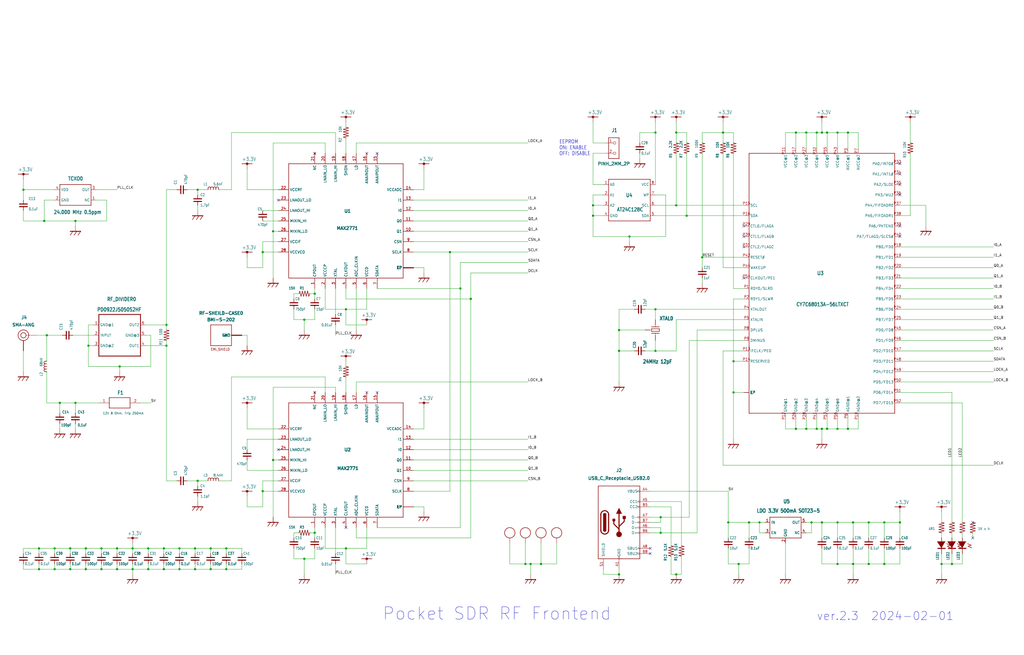
<source format=kicad_sch>
(kicad_sch (version 20230121) (generator eeschema)
  (paper "User" 499.999 319.989)
  (lib_symbols
    (symbol "Connector:USB_C_Receptacle_USB2.0" (pin_names (offset 1.016))
      (property "Reference" "J2" (at 0 22.86 0))
      (property "Value" "USB_C_Receptacle_USB2.0" (at 0 20.32 0))
      (symbol "USB_C_Receptacle_USB2.0_1_1"
        (pin passive line (at 0 -22.86 90) (length 5.08) (name "GND") (number "A1"))
        (pin passive line (at 0 -22.86 90) (length 5.08) hide (name "GND") (number "A12"))
        (pin passive line (at 15.24 15.24 180) (length 5.08) (name "VBUS") (number "A4"))
        (pin bidirectional line (at 15.24 10.16 180) (length 5.08) (name "CC1") (number "A5"))
        (pin bidirectional line (at 15.24 -2.54 180) (length 5.08) (name "D+") (number "A6"))
        (pin bidirectional line (at 15.24 2.54 180) (length 5.08) (name "D-") (number "A7"))
        (pin bidirectional line (at 15.24 -12.7 180) (length 5.08) (name "SBU1") (number "A8"))
        (pin passive line (at 15.24 15.24 180) (length 5.08) hide (name "VBUS") (number "A9"))
        (pin passive line (at 0 -22.86 90) (length 5.08) hide (name "GND") (number "B1"))
        (pin passive line (at 0 -22.86 90) (length 5.08) hide (name "GND") (number "B12"))
        (pin passive line (at 15.24 15.24 180) (length 5.08) hide (name "VBUS") (number "B4"))
        (pin bidirectional line (at 15.24 7.62 180) (length 5.08) (name "CC2") (number "B5"))
        (pin bidirectional line (at 15.24 -5.08 180) (length 5.08) (name "D+") (number "B6"))
        (pin bidirectional line (at 15.24 0 180) (length 5.08) (name "D-") (number "B7"))
        (pin bidirectional line (at 15.24 -15.24 180) (length 5.08) (name "SBU2") (number "B8"))
        (pin passive line (at 15.24 15.24 180) (length 5.08) hide (name "VBUS") (number "B9"))
        (pin passive line (at -7.62 -22.86 90) (length 5.08) (name "SHIELD") (number "S1"))
      )
    )
    (symbol "pocket_sdr_v2.3-eagle-import:+3.3V" (power)
      (property "Value" "+3.3V" (at -2.54 1.27 0))
      (symbol "+3.3V_1_0"
        (pin power_in line (at 0 -2.54 90) (length 2.54) (name "+3.3V") (number "1"))
      )
    )
    (symbol "pocket_sdr_v2.3-eagle-import:ARRAY_REG__EXB28V"
      (symbol "ARRAY_REG__EXB28V_1_0"
        (pin passive line (at -2.54 5.08 0) (length 0) (name "P1") (number "1"))
        (pin passive line (at 2.54 5.08 0) (length 0) (name "P2") (number "2"))
        (pin passive line (at -2.54 0 0) (length 0) (name "P3") (number "3"))
        (pin passive line (at 2.54 0 0) (length 0) (name "P4") (number "4"))
        (pin passive line (at -2.54 -5.08 0) (length 0) (name "P5") (number "5"))
        (pin passive line (at 2.54 -5.08 0) (length 0) (name "P6") (number "6"))
        (pin passive line (at -2.54 -10.16 0) (length 0) (name "P7") (number "7"))
        (pin passive line (at 2.54 -10.16 0) (length 0) (name "P8") (number "8"))
      )
    )
    (symbol "pocket_sdr_v2.3-eagle-import:AT24C256C"
      (symbol "AT24C256C_1_0"
        (pin input line (at -12.7 7.62 0) (length 2.54) (name "A0") (number "1"))
        (pin input line (at -12.7 2.54 0) (length 2.54) (name "A1") (number "2"))
        (pin input line (at -12.7 -2.54 0) (length 2.54) (name "A2") (number "3"))
        (pin power_in line (at -12.7 -7.62 0) (length 2.54) (name "GND") (number "4"))
        (pin bidirectional line (at 12.7 -7.62 180) (length 2.54) (name "SDA") (number "5"))
        (pin input line (at 12.7 -2.54 180) (length 2.54) (name "SCL") (number "6"))
        (pin input line (at 12.7 2.54 180) (length 2.54) (name "WP") (number "7"))
        (pin power_in line (at 12.7 7.62 180) (length 2.54) (name "VCC") (number "8"))
      )
    )
    (symbol "pocket_sdr_v2.3-eagle-import:BMI-S-202"
      (symbol "BMI-S-202_1_0"
        (text "EMI_SHIELD" (at -5.08 -7.62 0) (effects (font (size 1.27 1.0795)) (justify left bottom)))
        (pin bidirectional line (at 10.16 0 180) (length 5.08) (name "GND") (number "P1"))
        (pin bidirectional line (at 10.16 0 180) (length 5.08) (name "GND") (number "P10"))
        (pin bidirectional line (at 10.16 0 180) (length 5.08) (name "GND") (number "P11"))
        (pin bidirectional line (at 10.16 0 180) (length 5.08) (name "GND") (number "P12"))
        (pin bidirectional line (at 10.16 0 180) (length 5.08) (name "GND") (number "P2"))
        (pin bidirectional line (at 10.16 0 180) (length 5.08) (name "GND") (number "P3"))
        (pin bidirectional line (at 10.16 0 180) (length 5.08) (name "GND") (number "P4"))
        (pin bidirectional line (at 10.16 0 180) (length 5.08) (name "GND") (number "P5"))
        (pin bidirectional line (at 10.16 0 180) (length 5.08) (name "GND") (number "P6"))
        (pin bidirectional line (at 10.16 0 180) (length 5.08) (name "GND") (number "P7"))
        (pin bidirectional line (at 10.16 0 180) (length 5.08) (name "GND") (number "P8"))
        (pin bidirectional line (at 10.16 0 180) (length 5.08) (name "GND") (number "P9"))
      )
    )
    (symbol "pocket_sdr_v2.3-eagle-import:C1005"
      (symbol "C1005_1_0"
        (pin passive line (at 0 2.54 270) (length 0) (name "1") (number "1"))
        (pin passive line (at 0 -2.54 90) (length 0) (name "2") (number "2"))
      )
    )
    (symbol "pocket_sdr_v2.3-eagle-import:C3225"
      (symbol "C3225_1_0"
        (pin passive line (at 0 2.54 270) (length 0) (name "1") (number "P$1"))
        (pin passive line (at 0 -2.54 90) (length 0) (name "2") (number "P$2"))
      )
    )
    (symbol "pocket_sdr_v2.3-eagle-import:CPAD_2.2MM" (power)
      (symbol "CPAD_2.2MM_1_0"
        (pin power_in line (at -5.08 0 0) (length 2.54) (name "P$1") (number "EP"))
      )
    )
    (symbol "pocket_sdr_v2.3-eagle-import:CY7C6813A"
      (symbol "CY7C6813A_1_0"
        (pin power_in line (at -38.1 -50.8 0) (length 2.54) (name "EP") (number "EP1"))
        (pin power_in line (at -38.1 -50.8 0) (length 2.54) (name "EP") (number "EP2"))
        (pin power_in line (at -38.1 -50.8 0) (length 2.54) (name "EP") (number "EP3"))
        (pin power_in line (at -38.1 -50.8 0) (length 2.54) (name "EP") (number "EP4"))
        (pin power_in line (at -38.1 -50.8 0) (length 2.54) (name "EP") (number "EP5"))
        (pin power_in line (at -38.1 -50.8 0) (length 2.54) (name "EP") (number "P$1"))
        (pin power_in line (at -38.1 -50.8 0) (length 2.54) (name "EP") (number "P$10"))
        (pin power_in line (at -38.1 -50.8 0) (length 2.54) (name "EP") (number "P$11"))
        (pin power_in line (at -38.1 -50.8 0) (length 2.54) (name "EP") (number "P$12"))
        (pin power_in line (at -38.1 -50.8 0) (length 2.54) (name "EP") (number "P$13"))
        (pin power_in line (at -38.1 -50.8 0) (length 2.54) (name "EP") (number "P$14"))
        (pin power_in line (at -38.1 -50.8 0) (length 2.54) (name "EP") (number "P$15"))
        (pin power_in line (at -38.1 -50.8 0) (length 2.54) (name "EP") (number "P$16"))
        (pin power_in line (at -38.1 -50.8 0) (length 2.54) (name "EP") (number "P$17"))
        (pin power_in line (at -38.1 -50.8 0) (length 2.54) (name "EP") (number "P$18"))
        (pin power_in line (at -38.1 -50.8 0) (length 2.54) (name "EP") (number "P$19"))
        (pin power_in line (at -38.1 -50.8 0) (length 2.54) (name "EP") (number "P$2"))
        (pin power_in line (at -38.1 -50.8 0) (length 2.54) (name "EP") (number "P$20"))
        (pin power_in line (at -38.1 -50.8 0) (length 2.54) (name "EP") (number "P$3"))
        (pin power_in line (at -38.1 -50.8 0) (length 2.54) (name "EP") (number "P$4"))
        (pin power_in line (at -38.1 -50.8 0) (length 2.54) (name "EP") (number "P$5"))
        (pin power_in line (at -38.1 -50.8 0) (length 2.54) (name "EP") (number "P$6"))
        (pin power_in line (at -38.1 -50.8 0) (length 2.54) (name "EP") (number "P$7"))
        (pin power_in line (at -38.1 -50.8 0) (length 2.54) (name "EP") (number "P$8"))
        (pin power_in line (at -38.1 -50.8 0) (length 2.54) (name "EP") (number "P$9"))
        (pin bidirectional line (at -38.1 0 0) (length 2.54) (name "RDY0/SLRD") (number "P1"))
        (pin power_in line (at 17.78 -63.5 90) (length 2.54) (name "AGND@2") (number "P10"))
        (pin power_in line (at -17.78 68.58 270) (length 2.54) (name "VCC@1") (number "P11"))
        (pin power_in line (at -17.78 -63.5 90) (length 2.54) (name "GND@1") (number "P12"))
        (pin input line (at -38.1 -30.48 0) (length 2.54) (name "IFCLK/PE0") (number "P13"))
        (pin bidirectional line (at -38.1 -35.56 0) (length 2.54) (name "RESERVED") (number "P14"))
        (pin output line (at -38.1 40.64 0) (length 2.54) (name "SCL") (number "P15"))
        (pin output line (at -38.1 35.56 0) (length 2.54) (name "SDA") (number "P16"))
        (pin power_in line (at -12.7 68.58 270) (length 2.54) (name "VCC@2") (number "P17"))
        (pin bidirectional line (at 38.1 20.32 180) (length 2.54) (name "PB0/FD0") (number "P18"))
        (pin bidirectional line (at 38.1 15.24 180) (length 2.54) (name "PB1/FD1") (number "P19"))
        (pin bidirectional line (at -38.1 -5.08 0) (length 2.54) (name "RDY1/SLWR") (number "P2"))
        (pin bidirectional line (at 38.1 10.16 180) (length 2.54) (name "PB2/FD2") (number "P20"))
        (pin bidirectional line (at 38.1 5.08 180) (length 2.54) (name "PB3/FD3") (number "P21"))
        (pin bidirectional line (at 38.1 0 180) (length 2.54) (name "PB4/FD4") (number "P22"))
        (pin bidirectional line (at 38.1 -5.08 180) (length 2.54) (name "PB5/FD5") (number "P23"))
        (pin bidirectional line (at 38.1 -10.16 180) (length 2.54) (name "PB6/FD6") (number "P24"))
        (pin bidirectional line (at 38.1 -15.24 180) (length 2.54) (name "PB7/FD7") (number "P25"))
        (pin power_in line (at -12.7 -63.5 90) (length 2.54) (name "GND@2") (number "P26"))
        (pin power_in line (at -7.62 68.58 270) (length 2.54) (name "VCC@3") (number "P27"))
        (pin power_in line (at -7.62 -63.5 90) (length 2.54) (name "GND@3") (number "P28"))
        (pin bidirectional line (at -38.1 30.48 0) (length 2.54) (name "CTL0/FLAGA") (number "P29"))
        (pin power_in line (at 12.7 68.58 270) (length 2.54) (name "AVCC@1") (number "P3"))
        (pin bidirectional line (at -38.1 25.4 0) (length 2.54) (name "CTL1/FLAGB") (number "P30"))
        (pin bidirectional line (at -38.1 20.32 0) (length 2.54) (name "CTL2/FLAGC") (number "P31"))
        (pin power_in line (at -2.54 68.58 270) (length 2.54) (name "VCC@4") (number "P32"))
        (pin bidirectional line (at 38.1 60.96 180) (length 2.54) (name "PA0/INT0#") (number "P33"))
        (pin bidirectional line (at 38.1 55.88 180) (length 2.54) (name "PA1/INT1#") (number "P34"))
        (pin bidirectional line (at 38.1 50.8 180) (length 2.54) (name "PA2/SLOE") (number "P35"))
        (pin bidirectional line (at 38.1 45.72 180) (length 2.54) (name "PA3/WU2") (number "P36"))
        (pin bidirectional line (at 38.1 40.64 180) (length 2.54) (name "PA4/FIFOADR0") (number "P37"))
        (pin bidirectional line (at 38.1 35.56 180) (length 2.54) (name "PA5/FIFOADR1") (number "P38"))
        (pin bidirectional line (at 38.1 30.48 180) (length 2.54) (name "PA6/PKTEND") (number "P39"))
        (pin output line (at -38.1 -10.16 0) (length 2.54) (name "XTALOUT") (number "P4"))
        (pin bidirectional line (at 38.1 25.4 180) (length 2.54) (name "PA7/FLAGD/SLCS#") (number "P40"))
        (pin power_in line (at -2.54 -63.5 90) (length 2.54) (name "GND@4") (number "P41"))
        (pin input line (at -38.1 15.24 0) (length 2.54) (name "RESET#") (number "P42"))
        (pin power_in line (at 7.62 68.58 270) (length 2.54) (name "VCC@6") (number "P43"))
        (pin input line (at -38.1 10.16 0) (length 2.54) (name "WAKEUP") (number "P44"))
        (pin bidirectional line (at 38.1 -20.32 180) (length 2.54) (name "PD0/FD8") (number "P45"))
        (pin bidirectional line (at 38.1 -25.4 180) (length 2.54) (name "PD1/FD9") (number "P46"))
        (pin bidirectional line (at 38.1 -30.48 180) (length 2.54) (name "PD2/FD10") (number "P47"))
        (pin bidirectional line (at 38.1 -35.56 180) (length 2.54) (name "PD3/FD11") (number "P48"))
        (pin bidirectional line (at 38.1 -40.64 180) (length 2.54) (name "PD4/FD12") (number "P49"))
        (pin input line (at -38.1 -15.24 0) (length 2.54) (name "XTALIN") (number "P5"))
        (pin bidirectional line (at 38.1 -45.72 180) (length 2.54) (name "PD5/FD13") (number "P50"))
        (pin bidirectional line (at 38.1 -50.8 180) (length 2.54) (name "PD6/FD14") (number "P51"))
        (pin bidirectional line (at 38.1 -55.88 180) (length 2.54) (name "PD7/FD15") (number "P52"))
        (pin power_in line (at 2.54 -63.5 90) (length 2.54) (name "GND@5") (number "P53"))
        (pin bidirectional line (at -38.1 5.08 0) (length 2.54) (name "CLKOUT/PE1") (number "P54"))
        (pin power_in line (at 2.54 68.58 270) (length 2.54) (name "VCC@5") (number "P55"))
        (pin power_in line (at 7.62 -63.5 90) (length 2.54) (name "GND@6") (number "P56"))
        (pin power_in line (at 12.7 -63.5 90) (length 2.54) (name "AGND@1") (number "P6"))
        (pin power_in line (at 17.78 68.58 270) (length 2.54) (name "AVCC@2") (number "P7"))
        (pin bidirectional line (at -38.1 -20.32 0) (length 2.54) (name "DPLUS") (number "P8"))
        (pin bidirectional line (at -38.1 -25.4 0) (length 2.54) (name "DMINUS") (number "P9"))
      )
    )
    (symbol "pocket_sdr_v2.3-eagle-import:GND" (power)
      (symbol "GND_1_0"
        (pin power_in line (at 0 0 270) (length 2.54) (name "GND") (number "1"))
      )
    )
    (symbol "pocket_sdr_v2.3-eagle-import:L1608"
      (symbol "L1608_1_0"
        (pin passive line (at -2.54 0 0) (length 0) (name "P$1") (number "1"))
        (pin passive line (at 2.54 0 0) (length 0) (name "P$2") (number "2"))
      )
    )
    (symbol "pocket_sdr_v2.3-eagle-import:LDO_SOT"
      (symbol "LDO_SOT_1_0"
        (pin bidirectional line (at -10.16 2.54 0) (length 2.54) (name "IN") (number "1"))
        (pin bidirectional line (at 0 -7.62 90) (length 2.54) (name "GND") (number "2"))
        (pin bidirectional line (at -10.16 -2.54 0) (length 2.54) (name "EN") (number "3"))
        (pin bidirectional line (at 10.16 -2.54 180) (length 2.54) (name "NC") (number "4"))
        (pin bidirectional line (at 10.16 2.54 180) (length 2.54) (name "OUT") (number "5"))
      )
    )
    (symbol "pocket_sdr_v2.3-eagle-import:LED1608"
      (symbol "LED1608_1_0"
        (pin passive line (at -2.54 0 0) (length 0) (name "+") (number "1"))
        (pin passive line (at 5.08 0 0) (length 0) (name "P$2") (number "2"))
      )
    )
    (symbol "pocket_sdr_v2.3-eagle-import:MAX2771"
      (symbol "MAX2771_1_0"
        (pin bidirectional line (at -15.24 -33.02 90) (length 5.08) (name "CPOUT") (number "1"))
        (pin output line (at 33.02 -5.08 180) (length 5.08) (name "Q1") (number "10"))
        (pin output line (at 33.02 0 180) (length 5.08) (name "Q0") (number "11"))
        (pin output line (at 33.02 5.08 180) (length 5.08) (name "I0") (number "12"))
        (pin output line (at 33.02 10.16 180) (length 5.08) (name "I1") (number "13"))
        (pin power_in line (at 33.02 15.24 180) (length 5.08) (name "VCCADC") (number "14"))
        (pin bidirectional line (at 15.24 33.02 270) (length 5.08) (name "ANAIPOUT") (number "15"))
        (pin bidirectional line (at 10.16 33.02 270) (length 5.08) (name "ANAINOUT") (number "16"))
        (pin output line (at 5.08 33.02 270) (length 5.08) (name "LD") (number "17"))
        (pin bidirectional line (at 0 33.02 270) (length 5.08) (name "SHDN") (number "18"))
        (pin bidirectional line (at -5.08 33.02 270) (length 5.08) (name "LNAIN_HI") (number "19"))
        (pin power_in line (at -10.16 -33.02 90) (length 5.08) (name "VCCCP") (number "2"))
        (pin bidirectional line (at -10.16 33.02 270) (length 5.08) (name "LNAIN_LO") (number "20"))
        (pin no_connect line (at -15.24 33.02 270) (length 5.08) (name "NC") (number "21"))
        (pin power_in line (at -33.02 15.24 0) (length 5.08) (name "VCCRF") (number "22"))
        (pin output line (at -33.02 10.16 0) (length 5.08) (name "LNAOUT_LO") (number "23"))
        (pin output line (at -33.02 5.08 0) (length 5.08) (name "LNAOUT_HI") (number "24"))
        (pin input line (at -33.02 0 0) (length 5.08) (name "MIXIN_HI") (number "25"))
        (pin input line (at -33.02 -5.08 0) (length 5.08) (name "MIXIN_LO") (number "26"))
        (pin power_in line (at -33.02 -10.16 0) (length 5.08) (name "VCCIF") (number "27"))
        (pin power_in line (at -33.02 -15.24 0) (length 5.08) (name "VCCVCO") (number "28"))
        (pin bidirectional line (at -5.08 -33.02 90) (length 5.08) (name "XTAL") (number "3"))
        (pin bidirectional line (at 0 -33.02 90) (length 5.08) (name "CLKOUT") (number "4"))
        (pin bidirectional line (at 5.08 -33.02 90) (length 5.08) (name "ADC_CLKIN") (number "5"))
        (pin power_in line (at 10.16 -33.02 90) (length 5.08) (name "VCCD") (number "6"))
        (pin bidirectional line (at 15.24 -33.02 90) (length 5.08) (name "SDATA") (number "7"))
        (pin input line (at 33.02 -15.24 180) (length 5.08) (name "SCLK") (number "8"))
        (pin input line (at 33.02 -10.16 180) (length 5.08) (name "CSN") (number "9"))
        (pin power_in line (at 33.02 -22.86 180) (length 5.08) (name "EP") (number "C1"))
        (pin power_in line (at 33.02 -22.86 180) (length 5.08) (name "EP") (number "C2"))
        (pin power_in line (at 33.02 -22.86 180) (length 5.08) (name "EP") (number "C3"))
        (pin power_in line (at 33.02 -22.86 180) (length 5.08) (name "EP") (number "C4"))
        (pin power_in line (at 33.02 -22.86 180) (length 5.08) (name "EP") (number "EP"))
        (pin power_in line (at 33.02 -22.86 180) (length 5.08) (name "EP") (number "V1"))
        (pin power_in line (at 33.02 -22.86 180) (length 5.08) (name "EP") (number "V2"))
        (pin power_in line (at 33.02 -22.86 180) (length 5.08) (name "EP") (number "V3"))
        (pin power_in line (at 33.02 -22.86 180) (length 5.08) (name "EP") (number "V4"))
        (pin power_in line (at 33.02 -22.86 180) (length 5.08) (name "EP") (number "V5"))
        (pin power_in line (at 33.02 -22.86 180) (length 5.08) (name "EP") (number "V6"))
        (pin power_in line (at 33.02 -22.86 180) (length 5.08) (name "EP") (number "V7"))
        (pin power_in line (at 33.02 -22.86 180) (length 5.08) (name "EP") (number "V8"))
        (pin power_in line (at 33.02 -22.86 180) (length 5.08) (name "EP") (number "V9"))
      )
    )
    (symbol "pocket_sdr_v2.3-eagle-import:PINH_2MM_2P"
      (symbol "PINH_2MM_2P_1_0"
        (pin bidirectional inverted (at -4.064 2.54 0) (length 5.08) (name "P1") (number "1"))
        (pin bidirectional inverted (at -4.064 -2.54 0) (length 5.08) (name "P2") (number "2"))
      )
    )
    (symbol "pocket_sdr_v2.3-eagle-import:POLYSW1608"
      (symbol "POLYSW1608_1_0"
        (pin bidirectional line (at -10.16 0 0) (length 5.08) (name "P$1") (number "1"))
        (pin bidirectional line (at 10.16 0 180) (length 5.08) (name "P$2") (number "2"))
      )
    )
    (symbol "pocket_sdr_v2.3-eagle-import:R1005"
      (symbol "R1005_1_0"
        (pin passive line (at -2.54 0 0) (length 0) (name "P$1") (number "1"))
        (pin passive line (at 2.54 0 0) (length 0) (name "P$2") (number "2"))
      )
    )
    (symbol "pocket_sdr_v2.3-eagle-import:RF_DIV"
      (symbol "RF_DIV_1_0"
        (pin bidirectional line (at -12.7 5.08 0) (length 2.54) (name "GND@1") (number "1"))
        (pin input line (at -12.7 0 0) (length 2.54) (name "INPUT") (number "2"))
        (pin bidirectional line (at -12.7 -5.08 0) (length 2.54) (name "GND@2") (number "3"))
        (pin bidirectional line (at 12.7 -5.08 180) (length 2.54) (name "OUT1") (number "4"))
        (pin bidirectional line (at 12.7 0 180) (length 2.54) (name "GND@3") (number "5"))
        (pin bidirectional line (at 12.7 5.08 180) (length 2.54) (name "OUT2") (number "6"))
      )
    )
    (symbol "pocket_sdr_v2.3-eagle-import:SMA-ANG"
      (symbol "SMA-ANG_1_0"
        (pin passive line (at 6.35 0 180) (length 5.08) (name "RF") (number "P1"))
        (pin passive line (at 0 -7.62 90) (length 5.08) (name "GND") (number "P2"))
        (pin passive line (at 0 -7.62 90) (length 5.08) (name "GND") (number "P3"))
        (pin passive line (at 0 -7.62 90) (length 5.08) (name "GND") (number "P4"))
        (pin passive line (at 0 -7.62 90) (length 5.08) (name "GND") (number "P5"))
      )
    )
    (symbol "pocket_sdr_v2.3-eagle-import:TCXO"
      (symbol "TCXO_1_0"
        (pin bidirectional line (at 10.16 -2.54 180) (length 2.54) (name "NC") (number "1"))
        (pin bidirectional line (at -10.16 -2.54 0) (length 2.54) (name "GND") (number "2"))
        (pin bidirectional line (at 10.16 2.54 180) (length 2.54) (name "OUT") (number "3"))
        (pin bidirectional line (at -10.16 2.54 0) (length 2.54) (name "VDD") (number "4"))
      )
    )
    (symbol "pocket_sdr_v2.3-eagle-import:XTAL_SMD"
      (symbol "XTAL_SMD_1_0"
        (pin passive line (at -5.08 0 0) (length 2.54) (name "XTAL1") (number "P1"))
        (pin passive line (at 0 -5.08 90) (length 2.54) (name "GND") (number "P2"))
        (pin passive line (at 5.08 0 180) (length 2.54) (name "XTAL2") (number "P3"))
        (pin passive line (at 0 -5.08 90) (length 2.54) (name "GND") (number "P4"))
      )
    )
    (symbol "pocket_sdr_v2.3-eagle-import:ttaka_power_+3.3V" (power)
      (property "Value" "ttaka_power_+3.3V" (at -2.54 1.27 0))
      (symbol "ttaka_power_+3.3V_1_0"
        (pin power_in line (at 0 -2.54 90) (length 2.54) (name "+3.3V") (number "1"))
      )
    )
    (symbol "pocket_sdr_v2.3-eagle-import:ttaka_power_GND" (power)
      (symbol "ttaka_power_GND_1_0"
        (pin power_in line (at 0 0 270) (length 2.54) (name "GND") (number "1"))
      )
    )
  )
  (junction (at 259.08 275.59))
  (junction (at 22.86 163.83))
  (junction (at 128.27 123.19))
  (junction (at 408.94 275.59))
  (junction (at 81.28 158.75))
  (junction (at 19.05 267.97))
  (junction (at 358.14 191.77))
  (junction (at 342.9 125.73))
  (junction (at 403.86 209.55))
  (junction (at 128.27 240.03))
  (junction (at 96.52 234.95))
  (junction (at 133.35 113.03))
  (junction (at 81.28 168.91))
  (junction (at 401.32 255.27))
  (junction (at 34.29 267.97))
  (junction (at 26.67 278.13))
  (junction (at 148.59 156.21))
  (junction (at 330.2 64.77))
  (junction (at 80.01 267.97))
  (junction (at 96.52 92.71))
  (junction (at 365.76 255.27))
  (junction (at 80.01 278.13))
  (junction (at 264.16 275.59))
  (junction (at 289.56 100.33))
  (junction (at 370.84 255.27))
  (junction (at 256.54 275.59))
  (junction (at 87.63 267.97))
  (junction (at 168.91 267.97))
  (junction (at 424.18 275.59))
  (junction (at 320.04 151.13))
  (junction (at 388.62 209.55))
  (junction (at 401.32 64.77))
  (junction (at 29.21 196.85))
  (junction (at 36.83 196.85))
  (junction (at 41.91 278.13))
  (junction (at 224.79 140.97))
  (junction (at 95.25 267.97))
  (junction (at 431.8 275.59))
  (junction (at 64.77 267.97))
  (junction (at 41.91 267.97))
  (junction (at 95.25 278.13))
  (junction (at 26.67 267.97))
  (junction (at 289.56 105.41))
  (junction (at 424.18 255.27))
  (junction (at 102.87 267.97))
  (junction (at 72.39 267.97))
  (junction (at 57.15 267.97))
  (junction (at 416.56 255.27))
  (junction (at 57.15 278.13))
  (junction (at 133.35 224.79))
  (junction (at 408.94 255.27))
  (junction (at 431.8 255.27))
  (junction (at 34.29 278.13))
  (junction (at 388.62 64.77))
  (junction (at 355.6 255.27))
  (junction (at 353.06 64.77))
  (junction (at 335.28 105.41))
  (junction (at 102.87 278.13))
  (junction (at 401.32 209.55))
  (junction (at 87.63 278.13))
  (junction (at 330.2 280.67))
  (junction (at 110.49 267.97))
  (junction (at 416.56 275.59))
  (junction (at 219.71 123.19))
  (junction (at 302.26 280.67))
  (junction (at 49.53 267.97))
  (junction (at 229.87 146.05))
  (junction (at 459.74 275.59))
  (junction (at 330.2 100.33))
  (junction (at 398.78 64.77))
  (junction (at 408.94 64.77))
  (junction (at 19.05 278.13))
  (junction (at 43.18 168.91))
  (junction (at 398.78 209.55))
  (junction (at 148.59 273.05))
  (junction (at 320.04 64.77))
  (junction (at 302.26 171.45))
  (junction (at 403.86 64.77))
  (junction (at 307.34 115.57))
  (junction (at 322.58 252.73))
  (junction (at 21.59 107.95))
  (junction (at 414.02 64.77))
  (junction (at 58.42 179.07))
  (junction (at 393.7 209.55))
  (junction (at 64.77 278.13))
  (junction (at 153.67 143.51))
  (junction (at 393.7 64.77))
  (junction (at 168.91 151.13))
  (junction (at 414.02 209.55))
  (junction (at 358.14 176.53))
  (junction (at 360.68 275.59))
  (junction (at 153.67 260.35))
  (junction (at 36.83 107.95))
  (junction (at 302.26 161.29))
  (junction (at 49.53 278.13))
  (junction (at 464.82 275.59))
  (junction (at 408.94 209.55))
  (junction (at 72.39 278.13))
  (junction (at 396.24 255.27))
  (junction (at 11.43 92.71))
  (junction (at 320.04 171.45))
  (junction (at 110.49 278.13))
  (junction (at 322.58 260.35))
  (junction (at 439.42 255.27))
  (no_connect (at 153.67 74.93))
  (no_connect (at 179.07 74.93))
  (no_connect (at 317.5 267.97))
  (no_connect (at 184.15 191.77))
  (no_connect (at 363.22 120.65))
  (no_connect (at 363.22 115.57))
  (no_connect (at 363.22 110.49))
  (no_connect (at 439.42 85.09))
  (no_connect (at 168.91 257.81))
  (no_connect (at 474.98 255.27))
  (no_connect (at 184.15 74.93))
  (no_connect (at 153.67 191.77))
  (no_connect (at 439.42 95.25))
  (no_connect (at 439.42 115.57))
  (no_connect (at 439.42 80.01))
  (no_connect (at 474.98 262.89))
  (no_connect (at 363.22 135.89))
  (no_connect (at 439.42 90.17))
  (no_connect (at 135.89 97.79))
  (no_connect (at 317.5 270.51))
  (no_connect (at 135.89 219.71))
  (no_connect (at 439.42 110.49))
  (no_connect (at 179.07 191.77))
  (wire (pts (xy 57.15 278.13) (xy 49.53 278.13)) (stroke (width 0.1524)))
  (wire (pts (xy 320.04 151.13) (xy 363.22 151.13)) (stroke (width 0.1524)))
  (wire (pts (xy 332.74 280.67) (xy 332.74 271.78)))
  (wire (pts (xy 401.32 209.55) (xy 401.32 214.63)) (stroke (width 0.1524)))
  (wire (pts (xy 302.26 278.13) (xy 302.26 280.67)))
  (wire (pts (xy 408.94 204.47) (xy 408.94 209.55)) (stroke (width 0.1524)))
  (wire (pts (xy 370.84 255.27) (xy 373.38 255.27)) (stroke (width 0.1524)))
  (wire (pts (xy 330.2 64.77) (xy 330.2 59.69)) (stroke (width 0.1524)))
  (wire (pts (xy 459.74 260.35) (xy 459.74 262.89)) (stroke (width 0.1524)))
  (wire (pts (xy 363.22 166.37) (xy 336.55 166.37)) (stroke (width 0.1524)))
  (wire (pts (xy 36.83 107.95) (xy 36.83 110.49)) (stroke (width 0.1524)))
  (wire (pts (xy 135.89 92.71) (xy 120.65 92.71)) (stroke (width 0.1524)))
  (wire (pts (xy 71.12 168.91) (xy 81.28 168.91)) (stroke (width 0.1524)))
  (wire (pts (xy 401.32 255.27) (xy 408.94 255.27)) (stroke (width 0.1524)))
  (wire (pts (xy 229.87 146.05) (xy 229.87 262.89)) (stroke (width 0.1524)))
  (wire (pts (xy 469.9 260.35) (xy 469.9 262.89)) (stroke (width 0.1524)))
  (wire (pts (xy 294.64 280.67) (xy 294.64 278.13)))
  (wire (pts (xy 201.93 247.65) (xy 207.01 247.65)) (stroke (width 0.1524)))
  (wire (pts (xy 408.94 209.55) (xy 414.02 209.55)) (stroke (width 0.1524)))
  (wire (pts (xy 102.87 278.13) (xy 110.49 278.13)) (stroke (width 0.1524)))
  (wire (pts (xy 383.54 204.47) (xy 383.54 209.55)) (stroke (width 0.1524)))
  (wire (pts (xy 302.26 151.13) (xy 302.26 161.29)) (stroke (width 0.1524)))
  (wire (pts (xy 207.01 247.65) (xy 207.01 250.19)) (stroke (width 0.1524)))
  (wire (pts (xy 148.59 273.05) (xy 148.59 280.67)) (stroke (width 0.1524)))
  (wire (pts (xy 173.99 186.69) (xy 257.81 186.69)) (stroke (width 0.1524)))
  (wire (pts (xy 396.24 260.35) (xy 396.24 255.27)) (stroke (width 0.1524)))
  (wire (pts (xy 464.82 275.59) (xy 469.9 275.59)) (stroke (width 0.1524)))
  (wire (pts (xy 179.07 257.81) (xy 179.07 267.97)) (stroke (width 0.1524)))
  (wire (pts (xy 330.2 156.21) (xy 330.2 171.45)) (stroke (width 0.1524)))
  (wire (pts (xy 342.9 74.93) (xy 342.9 125.73)) (stroke (width 0.1524)))
  (wire (pts (xy 340.36 260.35) (xy 340.36 245.11)))
  (wire (pts (xy 22.86 196.85) (xy 29.21 196.85)))
  (wire (pts (xy 393.7 204.47) (xy 393.7 209.55)) (stroke (width 0.1524)))
  (wire (pts (xy 201.93 123.19) (xy 219.71 123.19)) (stroke (width 0.1524)))
  (wire (pts (xy 19.05 267.97) (xy 26.67 267.97)) (stroke (width 0.1524)))
  (wire (pts (xy 151.13 143.51) (xy 153.67 143.51)) (stroke (width 0.1524)))
  (wire (pts (xy 401.32 267.97) (xy 401.32 275.59)) (stroke (width 0.1524)))
  (wire (pts (xy 363.22 161.29) (xy 340.36 161.29)) (stroke (width 0.1524)))
  (wire (pts (xy 118.11 278.13) (xy 118.11 275.59)) (stroke (width 0.1524)))
  (wire (pts (xy 71.12 158.75) (xy 81.28 158.75)) (stroke (width 0.1524)))
  (wire (pts (xy 58.42 179.07) (xy 58.42 181.61)) (stroke (width 0.1524)))
  (wire (pts (xy 21.59 107.95) (xy 36.83 107.95)) (stroke (width 0.1524)))
  (wire (pts (xy 320.04 105.41) (xy 335.28 105.41)) (stroke (width 0.1524)))
  (wire (pts (xy 52.07 107.95) (xy 52.07 97.79)) (stroke (width 0.1524)))
  (wire (pts (xy 106.68 92.71) (xy 113.03 92.71)) (stroke (width 0.1524)))
  (wire (pts (xy 26.67 267.97) (xy 34.29 267.97)) (stroke (width 0.1524)))
  (wire (pts (xy 64.77 278.13) (xy 64.77 280.67)) (stroke (width 0.1524)))
  (wire (pts (xy 439.42 130.81) (xy 485.14 130.81)) (stroke (width 0.1524)))
  (wire (pts (xy 120.65 214.63) (xy 135.89 214.63)) (stroke (width 0.1524)))
  (wire (pts (xy 259.08 275.59) (xy 259.08 280.67)) (stroke (width 0.1524)))
  (wire (pts (xy 289.56 74.93) (xy 289.56 90.17)) (stroke (width 0.1524)))
  (wire (pts (xy 401.32 255.27) (xy 401.32 262.89)) (stroke (width 0.1524)))
  (wire (pts (xy 336.55 250.19) (xy 336.55 252.73)))
  (wire (pts (xy 248.92 275.59) (xy 248.92 265.43)) (stroke (width 0.1524)))
  (wire (pts (xy 444.5 74.93) (xy 444.5 105.41)) (stroke (width 0.1524)))
  (wire (pts (xy 398.78 209.55) (xy 401.32 209.55)) (stroke (width 0.1524)))
  (wire (pts (xy 120.65 247.65) (xy 128.27 247.65)) (stroke (width 0.1524)))
  (wire (pts (xy 201.93 240.03) (xy 219.71 240.03)) (stroke (width 0.1524)))
  (wire (pts (xy 133.35 113.03) (xy 133.35 69.85)) (stroke (width 0.1524)))
  (wire (pts (xy 340.36 161.29) (xy 340.36 245.11)) (stroke (width 0.1524)))
  (wire (pts (xy 128.27 234.95) (xy 128.27 240.03)) (stroke (width 0.1524)))
  (wire (pts (xy 34.29 278.13) (xy 26.67 278.13)) (stroke (width 0.1524)))
  (wire (pts (xy 219.71 240.03) (xy 219.71 123.19)) (stroke (width 0.1524)))
  (wire (pts (xy 327.66 280.67) (xy 330.2 280.67)))
  (wire (pts (xy 34.29 267.97) (xy 34.29 270.51)) (stroke (width 0.1524)))
  (wire (pts (xy 408.94 275.59) (xy 416.56 275.59)) (stroke (width 0.1524)))
  (wire (pts (xy 224.79 128.27) (xy 224.79 140.97)) (stroke (width 0.1524)))
  (wire (pts (xy 135.89 234.95) (xy 128.27 234.95)) (stroke (width 0.1524)))
  (wire (pts (xy 34.29 278.13) (xy 41.91 278.13)) (stroke (width 0.1524)))
  (wire (pts (xy 294.64 280.67) (xy 302.26 280.67)))
  (wire (pts (xy 87.63 278.13) (xy 87.63 275.59)) (stroke (width 0.1524)))
  (wire (pts (xy 87.63 267.97) (xy 95.25 267.97)) (stroke (width 0.1524)))
  (wire (pts (xy 158.75 69.85) (xy 158.75 74.93)) (stroke (width 0.1524)))
  (wire (pts (xy 419.1 209.55) (xy 419.1 204.47)) (stroke (width 0.1524)))
  (wire (pts (xy 264.16 275.59) (xy 264.16 265.43)) (stroke (width 0.1524)))
  (wire (pts (xy 201.93 224.79) (xy 257.81 224.79)) (stroke (width 0.1524)))
  (wire (pts (xy 289.56 105.41) (xy 289.56 115.57)) (stroke (width 0.1524)))
  (wire (pts (xy 29.21 196.85) (xy 29.21 201.93)) (stroke (width 0.1524)))
  (wire (pts (xy 153.67 260.35) (xy 153.67 262.89)) (stroke (width 0.1524)))
  (wire (pts (xy 68.58 196.85) (xy 73.66 196.85)))
  (wire (pts (xy 43.18 168.91) (xy 43.18 158.75)) (stroke (width 0.1524)))
  (wire (pts (xy 219.71 123.19) (xy 257.81 123.19)) (stroke (width 0.1524)))
  (wire (pts (xy 19.05 275.59) (xy 19.05 278.13)) (stroke (width 0.1524)))
  (wire (pts (xy 408.94 255.27) (xy 408.94 262.89)) (stroke (width 0.1524)))
  (wire (pts (xy 87.63 278.13) (xy 95.25 278.13)) (stroke (width 0.1524)))
  (wire (pts (xy 408.94 64.77) (xy 414.02 64.77)) (stroke (width 0.1524)))
  (wire (pts (xy 330.2 64.77) (xy 335.28 64.77)) (stroke (width 0.1524)))
  (wire (pts (xy 317.5 245.11) (xy 332.74 245.11)))
  (wire (pts (xy 22.86 181.61) (xy 22.86 196.85)))
  (wire (pts (xy 327.66 271.78) (xy 327.66 280.67)))
  (wire (pts (xy 439.42 120.65) (xy 485.14 120.65)) (stroke (width 0.1524)))
  (wire (pts (xy 201.93 92.71) (xy 207.01 92.71)) (stroke (width 0.1524)))
  (wire (pts (xy 72.39 267.97) (xy 80.01 267.97)) (stroke (width 0.1524)))
  (wire (pts (xy 153.67 140.97) (xy 153.67 143.51)) (stroke (width 0.1524)))
  (wire (pts (xy 118.11 163.83) (xy 120.65 163.83)) (stroke (width 0.1524)))
  (wire (pts (xy 41.91 278.13) (xy 41.91 275.59)) (stroke (width 0.1524)))
  (wire (pts (xy 179.07 140.97) (xy 179.07 151.13)) (stroke (width 0.1524)))
  (wire (pts (xy 408.94 255.27) (xy 416.56 255.27)) (stroke (width 0.1524)))
  (wire (pts (xy 96.52 100.33) (xy 96.52 102.87)) (stroke (width 0.1524)))
  (wire (pts (xy 26.67 97.79) (xy 21.59 97.79)) (stroke (width 0.1524)))
  (wire (pts (xy 320.04 100.33) (xy 330.2 100.33)) (stroke (width 0.1524)))
  (wire (pts (xy 36.83 196.85) (xy 48.26 196.85)) (stroke (width 0.1524)))
  (wire (pts (xy 416.56 267.97) (xy 416.56 275.59)) (stroke (width 0.1524)))
  (wire (pts (xy 229.87 133.35) (xy 257.81 133.35)) (stroke (width 0.1524)))
  (wire (pts (xy 95.25 278.13) (xy 95.25 275.59)) (stroke (width 0.1524)))
  (wire (pts (xy 363.22 176.53) (xy 358.14 176.53)) (stroke (width 0.1524)))
  (wire (pts (xy 163.83 189.23) (xy 163.83 191.77)) (stroke (width 0.1524)))
  (wire (pts (xy 43.18 158.75) (xy 45.72 158.75)) (stroke (width 0.1524)))
  (wire (pts (xy 388.62 72.39) (xy 388.62 64.77)) (stroke (width 0.1524)))
  (wire (pts (xy 439.42 140.97) (xy 485.14 140.97)) (stroke (width 0.1524)))
  (wire (pts (xy 342.9 138.43) (xy 342.9 135.89)) (stroke (width 0.1524)))
  (wire (pts (xy 19.05 278.13) (xy 11.43 278.13)) (stroke (width 0.1524)))
  (wire (pts (xy 173.99 262.89) (xy 229.87 262.89)) (stroke (width 0.1524)))
  (wire (pts (xy 439.42 176.53) (xy 485.14 176.53)) (stroke (width 0.1524)))
  (wire (pts (xy 120.65 125.73) (xy 120.65 130.81)) (stroke (width 0.1524)))
  (wire (pts (xy 358.14 69.85) (xy 358.14 64.77)) (stroke (width 0.1524)))
  (wire (pts (xy 72.39 267.97) (xy 72.39 270.51)) (stroke (width 0.1524)))
  (wire (pts (xy 49.53 267.97) (xy 57.15 267.97)) (stroke (width 0.1524)))
  (wire (pts (xy 81.28 158.75) (xy 81.28 92.71)) (stroke (width 0.1524)))
  (wire (pts (xy 416.56 275.59) (xy 416.56 280.67)) (stroke (width 0.1524)))
  (wire (pts (xy 325.12 115.57) (xy 307.34 115.57)) (stroke (width 0.1524)))
  (wire (pts (xy 201.93 209.55) (xy 207.01 209.55)) (stroke (width 0.1524)))
  (wire (pts (xy 81.28 166.37) (xy 81.28 168.91)) (stroke (width 0.1524)))
  (wire (pts (xy 143.51 267.97) (xy 143.51 273.05)) (stroke (width 0.1524)))
  (wire (pts (xy 403.86 204.47) (xy 403.86 209.55)) (stroke (width 0.1524)))
  (wire (pts (xy 403.86 209.55) (xy 408.94 209.55)) (stroke (width 0.1524)))
  (wire (pts (xy 383.54 72.39) (xy 383.54 64.77)) (stroke (width 0.1524)))
  (wire (pts (xy 35.56 163.83) (xy 45.72 163.83)) (stroke (width 0.1524)))
  (wire (pts (xy 102.87 267.97) (xy 102.87 270.51)) (stroke (width 0.1524)))
  (wire (pts (xy 113.03 64.77) (xy 163.83 64.77)) (stroke (width 0.1524)))
  (wire (pts (xy 64.77 265.43) (xy 64.77 267.97)) (stroke (width 0.1524)))
  (wire (pts (xy 73.66 179.07) (xy 58.42 179.07)) (stroke (width 0.1524)))
  (wire (pts (xy 36.83 107.95) (xy 52.07 107.95)) (stroke (width 0.1524)))
  (wire (pts (xy 173.99 257.81) (xy 173.99 262.89)) (stroke (width 0.1524)))
  (wire (pts (xy 439.42 186.69) (xy 485.14 186.69)) (stroke (width 0.1524)))
  (wire (pts (xy 201.93 214.63) (xy 257.81 214.63)) (stroke (width 0.1524)))
  (wire (pts (xy 353.06 64.77) (xy 342.9 64.77)) (stroke (width 0.1524)))
  (wire (pts (xy 143.51 143.51) (xy 143.51 146.05)) (stroke (width 0.1524)))
  (wire (pts (xy 135.89 107.95) (xy 128.27 107.95)) (stroke (width 0.1524)))
  (wire (pts (xy 408.94 267.97) (xy 408.94 275.59)) (stroke (width 0.1524)))
  (wire (pts (xy 135.89 102.87) (xy 128.27 102.87)) (stroke (width 0.1524)))
  (wire (pts (xy 469.9 270.51) (xy 469.9 275.59)) (stroke (width 0.1524)))
  (wire (pts (xy 439.42 181.61) (xy 485.14 181.61)) (stroke (width 0.1524)))
  (wire (pts (xy 388.62 64.77) (xy 393.7 64.77)) (stroke (width 0.1524)))
  (wire (pts (xy 439.42 151.13) (xy 485.14 151.13)) (stroke (width 0.1524)))
  (wire (pts (xy 358.14 146.05) (xy 363.22 146.05)) (stroke (width 0.1524)))
  (wire (pts (xy 439.42 156.21) (xy 485.14 156.21)) (stroke (width 0.1524)))
  (wire (pts (xy 317.5 257.81) (xy 322.58 257.81)))
  (wire (pts (xy 118.11 267.97) (xy 118.11 270.51)) (stroke (width 0.1524)))
  (wire (pts (xy 383.54 209.55) (xy 388.62 209.55)) (stroke (width 0.1524)))
  (wire (pts (xy 179.07 151.13) (xy 168.91 151.13)) (stroke (width 0.1524)))
  (wire (pts (xy 146.05 260.35) (xy 143.51 260.35)) (stroke (width 0.1524)))
  (wire (pts (xy 353.06 227.33) (xy 485.14 227.33)) (stroke (width 0.1524)))
  (wire (pts (xy 41.91 278.13) (xy 49.53 278.13)) (stroke (width 0.1524)))
  (wire (pts (xy 120.65 219.71) (xy 120.65 214.63)) (stroke (width 0.1524)))
  (wire (pts (xy 41.91 267.97) (xy 49.53 267.97)) (stroke (width 0.1524)))
  (wire (pts (xy 95.25 278.13) (xy 102.87 278.13)) (stroke (width 0.1524)))
  (wire (pts (xy 312.42 74.93) (xy 312.42 77.47)) (stroke (width 0.1524)))
  (wire (pts (xy 163.83 140.97) (xy 163.83 153.67)) (stroke (width 0.1524)))
  (wire (pts (xy 11.43 275.59) (xy 11.43 278.13)) (stroke (width 0.1524)))
  (wire (pts (xy 73.66 163.83) (xy 73.66 179.07)) (stroke (width 0.1524)))
  (wire (pts (xy 173.99 74.93) (xy 173.99 69.85)) (stroke (width 0.1524)))
  (wire (pts (xy 439.42 135.89) (xy 485.14 135.89)) (stroke (width 0.1524)))
  (wire (pts (xy 342.9 64.77) (xy 342.9 69.85)) (stroke (width 0.1524)))
  (wire (pts (xy 419.1 64.77) (xy 419.1 72.39)) (stroke (width 0.1524)))
  (wire (pts (xy 96.52 242.57) (xy 96.52 245.11)) (stroke (width 0.1524)))
  (wire (pts (xy 153.67 273.05) (xy 153.67 267.97)) (stroke (width 0.1524)))
  (wire (pts (xy 168.91 146.05) (xy 229.87 146.05)) (stroke (width 0.1524)))
  (wire (pts (xy 133.35 224.79) (xy 133.35 252.73)) (stroke (width 0.1524)))
  (wire (pts (xy 363.22 140.97) (xy 358.14 140.97)) (stroke (width 0.1524)))
  (wire (pts (xy 102.87 278.13) (xy 102.87 275.59)) (stroke (width 0.1524)))
  (wire (pts (xy 224.79 140.97) (xy 224.79 257.81)) (stroke (width 0.1524)))
  (wire (pts (xy 358.14 146.05) (xy 358.14 176.53)) (stroke (width 0.1524)))
  (wire (pts (xy 370.84 260.35) (xy 370.84 255.27)) (stroke (width 0.1524)))
  (wire (pts (xy 332.74 245.11) (xy 332.74 266.7)))
  (wire (pts (xy 330.2 74.93) (xy 330.2 100.33)) (stroke (width 0.1524)))
  (wire (pts (xy 110.49 267.97) (xy 118.11 267.97)) (stroke (width 0.1524)))
  (wire (pts (xy 330.2 280.67) (xy 332.74 280.67)))
  (wire (pts (xy 424.18 275.59) (xy 431.8 275.59)) (stroke (width 0.1524)))
  (wire (pts (xy 459.74 270.51) (xy 459.74 275.59)) (stroke (width 0.1524)))
  (wire (pts (xy 36.83 207.01) (xy 36.83 209.55)))
  (wire (pts (xy 355.6 255.27) (xy 365.76 255.27)) (stroke (width 0.1524)))
  (wire (pts (xy 207.01 92.71) (xy 207.01 82.55)) (stroke (width 0.1524)))
  (wire (pts (xy 360.68 275.59) (xy 365.76 275.59)) (stroke (width 0.1524)))
  (wire (pts (xy 312.42 69.85) (xy 312.42 64.77)) (stroke (width 0.1524)))
  (wire (pts (xy 148.59 273.05) (xy 153.67 273.05)) (stroke (width 0.1524)))
  (wire (pts (xy 146.05 143.51) (xy 143.51 143.51)) (stroke (width 0.1524)))
  (wire (pts (xy 439.42 255.27) (xy 439.42 250.19)) (stroke (width 0.1524)))
  (wire (pts (xy 64.77 267.97) (xy 64.77 270.51)) (stroke (width 0.1524)))
  (wire (pts (xy 353.06 130.81) (xy 363.22 130.81)) (stroke (width 0.1524)))
  (wire (pts (xy 110.49 278.13) (xy 110.49 275.59)) (stroke (width 0.1524)))
  (wire (pts (xy 49.53 270.51) (xy 49.53 267.97)) (stroke (width 0.1524)))
  (wire (pts (xy 57.15 275.59) (xy 57.15 278.13)) (stroke (width 0.1524)))
  (wire (pts (xy 80.01 267.97) (xy 80.01 270.51)) (stroke (width 0.1524)))
  (wire (pts (xy 289.56 100.33) (xy 289.56 105.41)) (stroke (width 0.1524)))
  (wire (pts (xy 388.62 209.55) (xy 393.7 209.55)) (stroke (width 0.1524)))
  (wire (pts (xy 469.9 196.85) (xy 469.9 255.27)) (stroke (width 0.1524)))
  (wire (pts (xy 439.42 161.29) (xy 485.14 161.29)) (stroke (width 0.1524)))
  (wire (pts (xy 153.67 143.51) (xy 153.67 146.05)) (stroke (width 0.1524)))
  (wire (pts (xy 401.32 59.69) (xy 401.32 64.77)) (stroke (width 0.1524)))
  (wire (pts (xy 414.02 209.55) (xy 419.1 209.55)) (stroke (width 0.1524)))
  (wire (pts (xy 353.06 59.69) (xy 353.06 64.77)) (stroke (width 0.1524)))
  (wire (pts (xy 439.42 100.33) (xy 452.12 100.33)) (stroke (width 0.1524)))
  (wire (pts (xy 317.5 260.35) (xy 322.58 260.35)))
  (wire (pts (xy 320.04 64.77) (xy 320.04 90.17)) (stroke (width 0.1524)))
  (wire (pts (xy 102.87 267.97) (xy 110.49 267.97)) (stroke (width 0.1524)))
  (wire (pts (xy 113.03 184.15) (xy 158.75 184.15)) (stroke (width 0.1524)))
  (wire (pts (xy 201.93 113.03) (xy 257.81 113.03)) (stroke (width 0.1524)))
  (wire (pts (xy 330.2 69.85) (xy 330.2 64.77)) (stroke (width 0.1524)))
  (wire (pts (xy 71.12 163.83) (xy 73.66 163.83)) (stroke (width 0.1524)))
  (wire (pts (xy 57.15 267.97) (xy 64.77 267.97)) (stroke (width 0.1524)))
  (wire (pts (xy 52.07 97.79) (xy 46.99 97.79)) (stroke (width 0.1524)))
  (wire (pts (xy 256.54 275.59) (xy 259.08 275.59)) (stroke (width 0.1524)))
  (wire (pts (xy 81.28 161.29) (xy 81.28 158.75)) (stroke (width 0.1524)))
  (wire (pts (xy 86.36 92.71) (xy 81.28 92.71)) (stroke (width 0.1524)))
  (wire (pts (xy 271.78 275.59) (xy 271.78 265.43)) (stroke (width 0.1524)))
  (wire (pts (xy 95.25 267.97) (xy 102.87 267.97)) (stroke (width 0.1524)))
  (wire (pts (xy 168.91 151.13) (xy 168.91 158.75)) (stroke (width 0.1524)))
  (wire (pts (xy 393.7 72.39) (xy 393.7 64.77)) (stroke (width 0.1524)))
  (wire (pts (xy 133.35 69.85) (xy 158.75 69.85)) (stroke (width 0.1524)))
  (wire (pts (xy 459.74 275.59) (xy 464.82 275.59)) (stroke (width 0.1524)))
  (wire (pts (xy 452.12 100.33) (xy 452.12 110.49)) (stroke (width 0.1524)))
  (wire (pts (xy 11.43 270.51) (xy 11.43 267.97)) (stroke (width 0.1524)))
  (wire (pts (xy 135.89 209.55) (xy 120.65 209.55)) (stroke (width 0.1524)))
  (wire (pts (xy 135.89 118.11) (xy 128.27 118.11)) (stroke (width 0.1524)))
  (wire (pts (xy 294.64 105.41) (xy 289.56 105.41)) (stroke (width 0.1524)))
  (wire (pts (xy 64.77 278.13) (xy 72.39 278.13)) (stroke (width 0.1524)))
  (wire (pts (xy 151.13 260.35) (xy 153.67 260.35)) (stroke (width 0.1524)))
  (wire (pts (xy 459.74 275.59) (xy 459.74 280.67)) (stroke (width 0.1524)))
  (wire (pts (xy 294.64 95.25) (xy 289.56 95.25)) (stroke (width 0.1524)))
  (wire (pts (xy 439.42 171.45) (xy 485.14 171.45)) (stroke (width 0.1524)))
  (wire (pts (xy 201.93 102.87) (xy 257.81 102.87)) (stroke (width 0.1524)))
  (wire (pts (xy 133.35 135.89) (xy 133.35 113.03)) (stroke (width 0.1524)))
  (wire (pts (xy 168.91 176.53) (xy 168.91 179.07)) (stroke (width 0.1524)))
  (wire (pts (xy 158.75 184.15) (xy 158.75 191.77)) (stroke (width 0.1524)))
  (wire (pts (xy 325.12 95.25) (xy 320.04 95.25)) (stroke (width 0.1524)))
  (wire (pts (xy 439.42 166.37) (xy 485.14 166.37)) (stroke (width 0.1524)))
  (wire (pts (xy 264.16 275.59) (xy 271.78 275.59)) (stroke (width 0.1524)))
  (wire (pts (xy 224.79 128.27) (xy 257.81 128.27)) (stroke (width 0.1524)))
  (wire (pts (xy 336.55 166.37) (xy 336.55 250.19)) (stroke (width 0.1524)))
  (wire (pts (xy 120.65 163.83) (xy 120.65 168.91)) (stroke (width 0.1524)))
  (wire (pts (xy 106.68 234.95) (xy 113.03 234.95)) (stroke (width 0.1524)))
  (wire (pts (xy 135.89 229.87) (xy 120.65 229.87)) (stroke (width 0.1524)))
  (wire (pts (xy 58.42 179.07) (xy 43.18 179.07)) (stroke (width 0.1524)))
  (wire (pts (xy 34.29 267.97) (xy 41.91 267.97)) (stroke (width 0.1524)))
  (wire (pts (xy 72.39 278.13) (xy 80.01 278.13)) (stroke (width 0.1524)))
  (wire (pts (xy 173.99 140.97) (xy 173.99 161.29)) (stroke (width 0.1524)))
  (wire (pts (xy 163.83 257.81) (xy 163.83 270.51)) (stroke (width 0.1524)))
  (wire (pts (xy 393.7 209.55) (xy 398.78 209.55)) (stroke (width 0.1524)))
  (wire (pts (xy 439.42 105.41) (xy 444.5 105.41)) (stroke (width 0.1524)))
  (wire (pts (xy 113.03 92.71) (xy 113.03 64.77)) (stroke (width 0.1524)))
  (wire (pts (xy 64.77 275.59) (xy 64.77 278.13)) (stroke (width 0.1524)))
  (wire (pts (xy 72.39 278.13) (xy 72.39 275.59)) (stroke (width 0.1524)))
  (wire (pts (xy 21.59 107.95) (xy 11.43 107.95)) (stroke (width 0.1524)))
  (wire (pts (xy 22.86 163.83) (xy 22.86 176.53)) (stroke (width 0.1524)))
  (wire (pts (xy 143.51 273.05) (xy 148.59 273.05)) (stroke (width 0.1524)))
  (wire (pts (xy 26.67 92.71) (xy 11.43 92.71)) (stroke (width 0.1524)))
  (wire (pts (xy 201.93 97.79) (xy 257.81 97.79)) (stroke (width 0.1524)))
  (wire (pts (xy 168.91 267.97) (xy 168.91 275.59)) (stroke (width 0.1524)))
  (wire (pts (xy 383.54 64.77) (xy 388.62 64.77)) (stroke (width 0.1524)))
  (wire (pts (xy 398.78 72.39) (xy 398.78 64.77)) (stroke (width 0.1524)))
  (wire (pts (xy 464.82 191.77) (xy 464.82 255.27)) (stroke (width 0.1524)))
  (wire (pts (xy 342.9 125.73) (xy 363.22 125.73)) (stroke (width 0.1524)))
  (wire (pts (xy 229.87 146.05) (xy 229.87 133.35)) (stroke (width 0.1524)))
  (wire (pts (xy 431.8 262.89) (xy 431.8 255.27)) (stroke (width 0.1524)))
  (wire (pts (xy 11.43 107.95) (xy 11.43 102.87)) (stroke (width 0.1524)))
  (wire (pts (xy 302.26 171.45) (xy 302.26 186.69)) (stroke (width 0.1524)))
  (wire (pts (xy 317.5 252.73) (xy 322.58 252.73)))
  (wire (pts (xy 148.59 156.21) (xy 153.67 156.21)) (stroke (width 0.1524)))
  (wire (pts (xy 363.22 156.21) (xy 330.2 156.21)) (stroke (width 0.1524)))
  (wire (pts (xy 143.51 151.13) (xy 143.51 156.21)) (stroke (width 0.1524)))
  (wire (pts (xy 96.52 234.95) (xy 101.6 234.95)) (stroke (width 0.1524)))
  (wire (pts (xy 439.42 125.73) (xy 485.14 125.73)) (stroke (width 0.1524)))
  (wire (pts (xy 17.78 163.83) (xy 22.86 163.83)) (stroke (width 0.1524)))
  (wire (pts (xy 110.49 278.13) (xy 118.11 278.13)) (stroke (width 0.1524)))
  (wire (pts (xy 414.02 72.39) (xy 414.02 64.77)) (stroke (width 0.1524)))
  (wire (pts (xy 158.75 140.97) (xy 158.75 151.13)) (stroke (width 0.1524)))
  (wire (pts (xy 403.86 64.77) (xy 408.94 64.77)) (stroke (width 0.1524)))
  (wire (pts (xy 360.68 275.59) (xy 360.68 280.67)) (stroke (width 0.1524)))
  (wire (pts (xy 135.89 123.19) (xy 128.27 123.19)) (stroke (width 0.1524)))
  (wire (pts (xy 36.83 196.85) (xy 36.83 201.93)) (stroke (width 0.1524)))
  (wire (pts (xy 158.75 257.81) (xy 158.75 267.97)) (stroke (width 0.1524)))
  (wire (pts (xy 26.67 270.51) (xy 26.67 267.97)) (stroke (width 0.1524)))
  (wire (pts (xy 424.18 267.97) (xy 424.18 275.59)) (stroke (width 0.1524)))
  (wire (pts (xy 95.25 267.97) (xy 95.25 270.51)) (stroke (width 0.1524)))
  (wire (pts (xy 416.56 255.27) (xy 424.18 255.27)) (stroke (width 0.1524)))
  (wire (pts (xy 401.32 209.55) (xy 403.86 209.55)) (stroke (width 0.1524)))
  (wire (pts (xy 133.35 113.03) (xy 135.89 113.03)) (stroke (width 0.1524)))
  (wire (pts (xy 201.93 229.87) (xy 257.81 229.87)) (stroke (width 0.1524)))
  (wire (pts (xy 294.64 90.17) (xy 289.56 90.17)) (stroke (width 0.1524)))
  (wire (pts (xy 163.83 64.77) (xy 163.83 74.93)) (stroke (width 0.1524)))
  (wire (pts (xy 184.15 257.81) (xy 224.79 257.81)) (stroke (width 0.1524)))
  (wire (pts (xy 444.5 69.85) (xy 444.5 59.69)) (stroke (width 0.1524)))
  (wire (pts (xy 416.56 255.27) (xy 416.56 262.89)) (stroke (width 0.1524)))
  (wire (pts (xy 388.62 204.47) (xy 388.62 209.55)) (stroke (width 0.1524)))
  (wire (pts (xy 327.66 247.65) (xy 327.66 266.7)))
  (wire (pts (xy 133.35 224.79) (xy 133.35 189.23)) (stroke (width 0.1524)))
  (wire (pts (xy 168.91 140.97) (xy 168.91 146.05)) (stroke (width 0.1524)))
  (wire (pts (xy 363.22 191.77) (xy 358.14 191.77)) (stroke (width 0.1524)))
  (wire (pts (xy 358.14 140.97) (xy 358.14 74.93)) (stroke (width 0.1524)))
  (wire (pts (xy 464.82 260.35) (xy 464.82 262.89)) (stroke (width 0.1524)))
  (wire (pts (xy 49.53 275.59) (xy 49.53 278.13)) (stroke (width 0.1524)))
  (wire (pts (xy 289.56 59.69) (xy 289.56 69.85)) (stroke (width 0.1524)))
  (wire (pts (xy 431.8 255.27) (xy 439.42 255.27)) (stroke (width 0.1524)))
  (wire (pts (xy 135.89 224.79) (xy 133.35 224.79)) (stroke (width 0.1524)))
  (wire (pts (xy 168.91 59.69) (xy 168.91 62.23)) (stroke (width 0.1524)))
  (wire (pts (xy 322.58 252.73) (xy 336.55 252.73)))
  (wire (pts (xy 64.77 267.97) (xy 72.39 267.97)) (stroke (width 0.1524)))
  (wire (pts (xy 168.91 275.59) (xy 179.07 275.59)) (stroke (width 0.1524)))
  (wire (pts (xy 317.5 255.27) (xy 322.58 255.27)))
  (wire (pts (xy 302.26 161.29) (xy 302.26 171.45)) (stroke (width 0.1524)))
  (wire (pts (xy 459.74 255.27) (xy 459.74 250.19)) (stroke (width 0.1524)))
  (wire (pts (xy 259.08 275.59) (xy 264.16 275.59)) (stroke (width 0.1524)))
  (wire (pts (xy 403.86 72.39) (xy 403.86 64.77)) (stroke (width 0.1524)))
  (wire (pts (xy 80.01 267.97) (xy 87.63 267.97)) (stroke (width 0.1524)))
  (wire (pts (xy 424.18 255.27) (xy 431.8 255.27)) (stroke (width 0.1524)))
  (wire (pts (xy 148.59 156.21) (xy 148.59 161.29)) (stroke (width 0.1524)))
  (wire (pts (xy 439.42 146.05) (xy 485.14 146.05)) (stroke (width 0.1524)))
  (wire (pts (xy 248.92 275.59) (xy 256.54 275.59)) (stroke (width 0.1524)))
  (wire (pts (xy 416.56 275.59) (xy 424.18 275.59)) (stroke (width 0.1524)))
  (wire (pts (xy 184.15 140.97) (xy 224.79 140.97)) (stroke (width 0.1524)))
  (wire (pts (xy 355.6 275.59) (xy 360.68 275.59)) (stroke (width 0.1524)))
  (wire (pts (xy 153.67 156.21) (xy 153.67 151.13)) (stroke (width 0.1524)))
  (wire (pts (xy 26.67 275.59) (xy 26.67 278.13)) (stroke (width 0.1524)))
  (wire (pts (xy 335.28 105.41) (xy 363.22 105.41)) (stroke (width 0.1524)))
  (wire (pts (xy 414.02 204.47) (xy 414.02 209.55)) (stroke (width 0.1524)))
  (wire (pts (xy 41.91 267.97) (xy 41.91 270.51)) (stroke (width 0.1524)))
  (wire (pts (xy 128.27 118.11) (xy 128.27 123.19)) (stroke (width 0.1524)))
  (wire (pts (xy 289.56 115.57) (xy 307.34 115.57)) (stroke (width 0.1524)))
  (wire (pts (xy 80.01 278.13) (xy 80.01 275.59)) (stroke (width 0.1524)))
  (wire (pts (xy 168.91 67.31) (xy 168.91 74.93)) (stroke (width 0.1524)))
  (wire (pts (xy 398.78 204.47) (xy 398.78 209.55)) (stroke (width 0.1524)))
  (wire (pts (xy 168.91 151.13) (xy 158.75 151.13)) (stroke (width 0.1524)))
  (wire (pts (xy 393.7 255.27) (xy 396.24 255.27)) (stroke (width 0.1524)))
  (wire (pts (xy 393.7 260.35) (xy 396.24 260.35)) (stroke (width 0.1524)))
  (wire (pts (xy 314.96 161.29) (xy 302.26 161.29)) (stroke (width 0.1524)))
  (wire (pts (xy 207.01 130.81) (xy 207.01 133.35)) (stroke (width 0.1524)))
  (wire (pts (xy 133.35 189.23) (xy 163.83 189.23)) (stroke (width 0.1524)))
  (wire (pts (xy 358.14 176.53) (xy 358.14 191.77)) (stroke (width 0.1524)))
  (wire (pts (xy 295.656 74.93) (xy 289.56 74.93)) (stroke (width 0.1524)))
  (wire (pts (xy 439.42 275.59) (xy 439.42 267.97)) (stroke (width 0.1524)))
  (wire (pts (xy 439.42 196.85) (xy 469.9 196.85)) (stroke (width 0.1524)))
  (wire (pts (xy 320.04 151.13) (xy 314.96 151.13)) (stroke (width 0.1524)))
  (wire (pts (xy 46.99 92.71) (xy 57.15 92.71)) (stroke (width 0.1524)))
  (wire (pts (xy 431.8 275.59) (xy 431.8 267.97)) (stroke (width 0.1524)))
  (wire (pts (xy 312.42 64.77) (xy 320.04 64.77)) (stroke (width 0.1524)))
  (wire (pts (xy 294.64 100.33) (xy 289.56 100.33)) (stroke (width 0.1524)))
  (wire (pts (xy 322.58 257.81) (xy 322.58 260.35)))
  (wire (pts (xy 314.96 171.45) (xy 320.04 171.45)) (stroke (width 0.1524)))
  (wire (pts (xy 57.15 270.51) (xy 57.15 267.97)) (stroke (width 0.1524)))
  (wire (pts (xy 120.65 209.55) (xy 120.65 199.39)) (stroke (width 0.1524)))
  (wire (pts (xy 163.83 158.75) (xy 163.83 163.83)) (stroke (width 0.1524)))
  (wire (pts (xy 173.99 191.77) (xy 173.99 186.69)) (stroke (width 0.1524)))
  (wire (pts (xy 317.5 247.65) (xy 327.66 247.65)))
  (wire (pts (xy 11.43 92.71) (xy 11.43 97.79)) (stroke (width 0.1524)))
  (wire (pts (xy 110.49 267.97) (xy 110.49 270.51)) (stroke (width 0.1524)))
  (wire (pts (xy 317.5 240.03) (xy 355.6 240.03)))
  (wire (pts (xy 201.93 118.11) (xy 257.81 118.11)) (stroke (width 0.1524)))
  (wire (pts (xy 34.29 275.59) (xy 34.29 278.13)) (stroke (width 0.1524)))
  (wire (pts (xy 96.52 92.71) (xy 96.52 95.25)) (stroke (width 0.1524)))
  (wire (pts (xy 128.27 240.03) (xy 128.27 247.65)) (stroke (width 0.1524)))
  (wire (pts (xy 322.58 260.35) (xy 340.36 260.35)))
  (wire (pts (xy 11.43 87.63) (xy 11.43 92.71)) (stroke (width 0.1524)))
  (wire (pts (xy 307.34 115.57) (xy 307.34 118.11)) (stroke (width 0.1524)))
  (wire (pts (xy 29.21 196.85) (xy 36.83 196.85)) (stroke (width 0.1524)))
  (wire (pts (xy 365.76 275.59) (xy 365.76 267.97)) (stroke (width 0.1524)))
  (wire (pts (xy 289.56 95.25) (xy 289.56 100.33)) (stroke (width 0.1524)))
  (wire (pts (xy 113.03 234.95) (xy 113.03 184.15)) (stroke (width 0.1524)))
  (wire (pts (xy 373.38 260.35) (xy 370.84 260.35)) (stroke (width 0.1524)))
  (wire (pts (xy 401.32 275.59) (xy 408.94 275.59)) (stroke (width 0.1524)))
  (wire (pts (xy 439.42 191.77) (xy 464.82 191.77)) (stroke (width 0.1524)))
  (wire (pts (xy 22.86 163.83) (xy 30.48 163.83)) (stroke (width 0.1524)))
  (wire (pts (xy 393.7 64.77) (xy 398.78 64.77)) (stroke (width 0.1524)))
  (wire (pts (xy 21.59 97.79) (xy 21.59 107.95)) (stroke (width 0.1524)))
  (wire (pts (xy 173.99 69.85) (xy 257.81 69.85)) (stroke (width 0.1524)))
  (wire (pts (xy 309.88 171.45) (xy 302.26 171.45)) (stroke (width 0.1524)))
  (wire (pts (xy 353.06 64.77) (xy 353.06 69.85)) (stroke (width 0.1524)))
  (wire (pts (xy 325.12 95.25) (xy 325.12 115.57)) (stroke (width 0.1524)))
  (wire (pts (xy 335.28 64.77) (xy 335.28 69.85)) (stroke (width 0.1524)))
  (wire (pts (xy 45.72 168.91) (xy 43.18 168.91)) (stroke (width 0.1524)))
  (wire (pts (xy 322.58 252.73) (xy 322.58 255.27)))
  (wire (pts (xy 289.56 69.85) (xy 295.656 69.85)) (stroke (width 0.1524)))
  (wire (pts (xy 320.04 59.69) (xy 320.04 64.77)) (stroke (width 0.1524)))
  (wire (pts (xy 383.54 265.43) (xy 383.54 280.67)) (stroke (width 0.1524)))
  (wire (pts (xy 474.98 260.35) (xy 474.98 262.89)) (stroke (width 0.1524)))
  (wire (pts (xy 355.6 255.27) (xy 355.6 262.89)) (stroke (width 0.1524)))
  (wire (pts (xy 256.54 275.59) (xy 256.54 265.43)) (stroke (width 0.1524)))
  (wire (pts (xy 365.76 255.27) (xy 370.84 255.27)) (stroke (width 0.1524)))
  (wire (pts (xy 342.9 130.81) (xy 342.9 125.73)) (stroke (width 0.1524)))
  (wire (pts (xy 398.78 64.77) (xy 401.32 64.77)) (stroke (width 0.1524)))
  (wire (pts (xy 353.06 171.45) (xy 353.06 227.33)) (stroke (width 0.1524)))
  (wire (pts (xy 43.18 179.07) (xy 43.18 168.91)) (stroke (width 0.1524)))
  (wire (pts (xy 201.93 219.71) (xy 257.81 219.71)) (stroke (width 0.1524)))
  (wire (pts (xy 355.6 267.97) (xy 355.6 275.59)) (stroke (width 0.1524)))
  (wire (pts (xy 96.52 92.71) (xy 101.6 92.71)) (stroke (width 0.1524)))
  (wire (pts (xy 91.44 234.95) (xy 96.52 234.95)) (stroke (width 0.1524)))
  (wire (pts (xy 168.91 267.97) (xy 158.75 267.97)) (stroke (width 0.1524)))
  (wire (pts (xy 401.32 64.77) (xy 403.86 64.77)) (stroke (width 0.1524)))
  (wire (pts (xy 396.24 255.27) (xy 401.32 255.27)) (stroke (width 0.1524)))
  (wire (pts (xy 309.88 151.13) (xy 302.26 151.13)) (stroke (width 0.1524)))
  (wire (pts (xy 207.01 209.55) (xy 207.01 199.39)) (stroke (width 0.1524)))
  (wire (pts (xy 365.76 255.27) (xy 365.76 262.89)) (stroke (width 0.1524)))
  (wire (pts (xy 335.28 74.93) (xy 335.28 105.41)) (stroke (width 0.1524)))
  (wire (pts (xy 201.93 130.81) (xy 207.01 130.81)) (stroke (width 0.1524)))
  (wire (pts (xy 120.65 229.87) (xy 120.65 224.79)) (stroke (width 0.1524)))
  (wire (pts (xy 168.91 158.75) (xy 179.07 158.75)) (stroke (width 0.1524)))
  (wire (pts (xy 414.02 64.77) (xy 419.1 64.77)) (stroke (width 0.1524)))
  (wire (pts (xy 464.82 270.51) (xy 464.82 275.59)) (stroke (width 0.1524)))
  (wire (pts (xy 11.43 267.97) (xy 19.05 267.97)) (stroke (width 0.1524)))
  (wire (pts (xy 153.67 257.81) (xy 153.67 260.35)) (stroke (width 0.1524)))
  (wire (pts (xy 11.43 171.45) (xy 11.43 181.61)) (stroke (width 0.1524)))
  (wire (pts (xy 201.93 234.95) (xy 257.81 234.95)) (stroke (width 0.1524)))
  (wire (pts (xy 439.42 262.89) (xy 439.42 255.27)) (stroke (width 0.1524)))
  (wire (pts (xy 143.51 156.21) (xy 148.59 156.21)) (stroke (width 0.1524)))
  (wire (pts (xy 320.04 156.21) (xy 320.04 151.13)) (stroke (width 0.1524)))
  (wire (pts (xy 424.18 255.27) (xy 424.18 262.89)) (stroke (width 0.1524)))
  (wire (pts (xy 26.67 278.13) (xy 19.05 278.13)) (stroke (width 0.1524)))
  (wire (pts (xy 19.05 270.51) (xy 19.05 267.97)) (stroke (width 0.1524)))
  (wire (pts (xy 120.65 242.57) (xy 120.65 247.65)) (stroke (width 0.1524)))
  (wire (pts (xy 120.65 92.71) (xy 120.65 82.55)) (stroke (width 0.1524)))
  (wire (pts (xy 81.28 168.91) (xy 81.28 234.95)) (stroke (width 0.1524)))
  (wire (pts (xy 431.8 275.59) (xy 439.42 275.59)) (stroke (width 0.1524)))
  (wire (pts (xy 120.65 130.81) (xy 128.27 130.81)) (stroke (width 0.1524)))
  (wire (pts (xy 80.01 278.13) (xy 87.63 278.13)) (stroke (width 0.1524)))
  (wire (pts (xy 320.04 166.37) (xy 320.04 171.45)) (stroke (width 0.1524)))
  (wire (pts (xy 358.14 191.77) (xy 358.14 214.63)) (stroke (width 0.1524)))
  (wire (pts (xy 29.21 207.01) (xy 29.21 209.55)) (stroke (width 0.1524)))
  (wire (pts (xy 91.44 92.71) (xy 96.52 92.71)) (stroke (width 0.1524)))
  (wire (pts (xy 143.51 260.35) (xy 143.51 262.89)) (stroke (width 0.1524)))
  (wire (pts (xy 135.89 240.03) (xy 128.27 240.03)) (stroke (width 0.1524)))
  (wire (pts (xy 64.77 278.13) (xy 57.15 278.13)) (stroke (width 0.1524)))
  (wire (pts (xy 363.22 171.45) (xy 353.06 171.45)) (stroke (width 0.1524)))
  (wire (pts (xy 201.93 107.95) (xy 257.81 107.95)) (stroke (width 0.1524)))
  (wire (pts (xy 163.83 275.59) (xy 163.83 280.67)) (stroke (width 0.1524)))
  (wire (pts (xy 408.94 72.39) (xy 408.94 64.77)) (stroke (width 0.1524)))
  (wire (pts (xy 355.6 240.03) (xy 355.6 255.27)))
  (wire (pts (xy 353.06 74.93) (xy 353.06 130.81)) (stroke (width 0.1524)))
  (wire (pts (xy 330.2 100.33) (xy 363.22 100.33)) (stroke (width 0.1524)))
  (wire (pts (xy 128.27 123.19) (xy 128.27 130.81)) (stroke (width 0.1524)))
  (wire (pts (xy 87.63 267.97) (xy 87.63 270.51)) (stroke (width 0.1524)))
  (wire (pts (xy 81.28 234.95) (xy 86.36 234.95)) (stroke (width 0.1524)))
  (wire (pts (xy 353.06 64.77) (xy 358.14 64.77)) (stroke (width 0.1524)))
  (wire (pts (xy 330.2 171.45) (xy 320.04 171.45)) (stroke (width 0.1524)))
  (wire (pts (xy 96.52 234.95) (xy 96.52 237.49)) (stroke (width 0.1524)))
  (wire (pts (xy 168.91 184.15) (xy 168.91 191.77)) (stroke (width 0.1524)))
  (wire (pts (xy 179.07 267.97) (xy 168.91 267.97)) (stroke (width 0.1524)))
  (text "Pocket SDR RF Frontend" (at 186.69 303.53 0) (effects (font (size 6 6)) (justify left bottom)))
  (text "EEPROM\nON: ENABLE\nOFF: DISABLE" (at 273.05 76.2 0) (effects (font (size 1.778 1.5113)) (justify left bottom)))
  (text "ver.2.3  2024-02-01" (at 398.78 303.53 0) (effects (font (size 4 4)) (justify left bottom)))
  (label "PLL_CLK" (at 163.83 280.67 0))
  (label "CSN_B" (at 257.81 234.95 0) (effects (font (size 1.2446 1.2446))))
  (label "Q1_B" (at 485.14 156.21 0) (effects (font (size 1.2446 1.2446))))
  (label "Q1_A" (at 257.81 113.03 0) (effects (font (size 1.2446 1.2446))))
  (label "I1_B" (at 485.14 146.05 0) (effects (font (size 1.2446 1.2446))))
  (label "SCLK" (at 485.14 171.45 0) (effects (font (size 1.2446 1.2446))))
  (label "5V" (at 355.6 240.03 0))
  (label "I1_A" (at 257.81 97.79 0) (effects (font (size 1.2446 1.2446))))
  (label "LED1" (at 464.82 223.52 90) (effects (font (size 1.2446 1.2446))))
  (label "Q0_A" (at 485.14 130.81 0) (effects (font (size 1.2446 1.2446))))
  (label "CSN_B" (at 485.14 166.37 0) (effects (font (size 1.2446 1.2446))))
  (label "PLL_CLK" (at 163.83 163.83 0))
  (label "I0_A" (at 485.14 120.65 0) (effects (font (size 1.2446 1.2446))))
  (label "SDATA" (at 485.14 176.53 0) (effects (font (size 1.2446 1.2446))))
  (label "LOCK_A" (at 485.14 181.61 0) (effects (font (size 1.2446 1.2446))))
  (label "Q0_A" (at 257.81 107.95 0) (effects (font (size 1.2446 1.2446))))
  (label "I1_A" (at 485.14 125.73 0) (effects (font (size 1.2446 1.2446))))
  (label "LOCK_B" (at 485.14 186.69 0) (effects (font (size 1.2446 1.2446))))
  (label "I1_B" (at 257.81 214.63 0) (effects (font (size 1.2446 1.2446))))
  (label "I0_A" (at 257.81 102.87 0) (effects (font (size 1.2446 1.2446))))
  (label "DCLK" (at 485.14 227.33 0) (effects (font (size 1.2446 1.2446))))
  (label "DCLK" (at 257.81 133.35 0) (effects (font (size 1.2446 1.2446))))
  (label "PLL_CLK" (at 57.15 92.71 0))
  (label "Q1_B" (at 257.81 229.87 0) (effects (font (size 1.2446 1.2446))))
  (label "RESET" (at 342.9 125.73 0) (effects (font (size 1.2446 1.2446))))
  (label "Q0_B" (at 485.14 151.13 0) (effects (font (size 1.2446 1.2446))))
  (label "LOCK_B" (at 257.81 186.69 0) (effects (font (size 1.2446 1.2446))))
  (label "Q1_A" (at 485.14 135.89 0) (effects (font (size 1.2446 1.2446))))
  (label "SDATA" (at 257.81 128.27 0) (effects (font (size 1.2446 1.2446))))
  (label "SCLK" (at 257.81 123.19 0) (effects (font (size 1.2446 1.2446))))
  (label "CSN_A" (at 485.14 161.29 0) (effects (font (size 1.2446 1.2446))))
  (label "LED2" (at 469.9 223.52 90) (effects (font (size 1.2446 1.2446))))
  (label "Q0_B" (at 257.81 224.79 0) (effects (font (size 1.2446 1.2446))))
  (label "CSN_A" (at 257.81 118.11 0) (effects (font (size 1.2446 1.2446))))
  (label "I0_B" (at 257.81 219.71 0) (effects (font (size 1.2446 1.2446))))
  (label "LOCK_A" (at 257.81 69.85 0) (effects (font (size 1.2446 1.2446))))
  (label "5V" (at 73.66 196.85 0))
  (label "I0_B" (at 485.14 140.97 0) (effects (font (size 1.2446 1.2446))))
  (symbol (lib_id "pocket_sdr_v2.3-eagle-import:C1005") (at 143.51 265.43 0) (unit 1)
    (property "Reference" "C10" (at 144.145 263.525 0) (effects (font (size 1.27 1.0795)) (justify left bottom)))
    (property "Value" "750pF" (at 144.145 268.605 0) (effects (font (size 1.27 1.0795)) (justify left bottom)))
    (property "Footprint" "pocket_sdr_v2.3:C1005" (effects hide))
  )
  (symbol (lib_id "pocket_sdr_v2.3-eagle-import:GND") (at 207.01 250.19 0) (unit 1)
    (property "Reference" "#U$041" (effects hide))
    (property "Value" "GND" (effects hide))
  )
  (symbol (lib_id "pocket_sdr_v2.3-eagle-import:C1005") (at 118.11 273.05 0) (unit 1)
    (property "Reference" "C41" (at 118.745 271.145 0) (effects (font (size 1.27 1.0795)) (justify left bottom)))
    (property "Value" "100pF" (at 118.745 276.225 0) (effects (font (size 1.27 1.0795)) (justify left bottom)))
    (property "Footprint" "pocket_sdr_v2.3:C1005" (effects hide))
  )
  (symbol (lib_id "pocket_sdr_v2.3-eagle-import:ttaka_power_GND") (at 302.26 280.67 0) (unit 1)
    (property "Reference" "#U$026" (effects hide))
    (property "Value" "GND" (effects hide))
  )
  (symbol (lib_id "pocket_sdr_v2.3-eagle-import:CPAD_2.2MM") (at 248.92 260.35 90) (unit 1)
    (property "Reference" "#PAD01" (effects hide))
    (property "Value" "CPAD_2.2MM" (effects hide))
    (property "Footprint" "pocket_sdr_v2.3:CPAD_2.2MM" (effects hide))
  )
  (symbol (lib_id "pocket_sdr_v2.3-eagle-import:C1005") (at 88.9 92.71 90) (unit 1)
    (property "Reference" "C1" (at 86.36 90.17 0) (effects (font (size 1.27 1.0795)) (justify left bottom)))
    (property "Value" "470pF" (at 91.44 90.17 0) (effects (font (size 1.27 1.0795)) (justify left bottom)))
    (property "Footprint" "pocket_sdr_v2.3:C1005" (effects hide))
  )
  (symbol (lib_id "pocket_sdr_v2.3-eagle-import:C1005") (at 153.67 265.43 0) (unit 1)
    (property "Reference" "C11" (at 154.305 263.525 0) (effects (font (size 1.27 1.0795)) (justify left bottom)))
    (property "Value" "15pF" (at 154.305 268.605 0) (effects (font (size 1.27 1.0795)) (justify left bottom)))
    (property "Footprint" "pocket_sdr_v2.3:C1005" (effects hide))
  )
  (symbol (lib_id "pocket_sdr_v2.3-eagle-import:C1005") (at 312.42 72.39 0) (unit 1)
    (property "Reference" "C28" (at 313.055 70.485 0) (effects (font (size 1.27 1.0795)) (justify left bottom)))
    (property "Value" "0.1uF" (at 313.055 75.565 0) (effects (font (size 1.27 1.0795)) (justify left bottom)))
    (property "Footprint" "pocket_sdr_v2.3:C1005" (effects hide))
  )
  (symbol (lib_id "pocket_sdr_v2.3-eagle-import:+3.3V") (at 207.01 80.01 0) (unit 1)
    (property "Reference" "#U$013" (effects hide))
    (property "Value" "+3.3V" (at 204.47 78.74 0) (effects (font (size 1.778 1.5113)) (justify left bottom)))
  )
  (symbol (lib_id "pocket_sdr_v2.3-eagle-import:CPAD_2.2MM") (at 256.54 260.35 90) (unit 1)
    (property "Reference" "#PAD02" (effects hide))
    (property "Value" "CPAD_2.2MM" (effects hide))
    (property "Footprint" "pocket_sdr_v2.3:CPAD_2.2MM" (effects hide))
  )
  (symbol (lib_id "pocket_sdr_v2.3-eagle-import:GND") (at 148.59 161.29 0) (unit 1)
    (property "Reference" "#U$011" (effects hide))
    (property "Value" "GND" (effects hide))
  )
  (symbol (lib_id "pocket_sdr_v2.3-eagle-import:C3225") (at 401.32 265.43 0) (unit 1)
    (property "Reference" "C24" (at 401.955 263.525 0) (effects (font (size 1.27 1.0795)) (justify left bottom)))
    (property "Value" "10uF" (at 401.955 268.605 0) (effects (font (size 1.27 1.0795)) (justify left bottom)))
    (property "Footprint" "pocket_sdr_v2.3:C3225" (effects hide))
  )
  (symbol (lib_id "pocket_sdr_v2.3-eagle-import:LED1608") (at 459.74 265.43 270) (unit 1)
    (property "Reference" "LED1" (at 458.47 273.685 0) (effects (font (size 1.27 1.0795)) (justify right top)))
    (property "Value" "LED1608" (effects hide))
    (property "Footprint" "pocket_sdr_v2.3:LED_1608" (effects hide))
  )
  (symbol (lib_id "pocket_sdr_v2.3-eagle-import:RF_DIV") (at 58.42 163.83 0) (unit 1)
    (property "Reference" "RF_DIVIDER0" (at 52.07 147.32 0) (effects (font (size 1.778 1.5113) bold) (justify left bottom)))
    (property "Value" "PD0922J5050S2HF" (at 47.244 152.4 0) (effects (font (size 1.778 1.5113) bold) (justify left bottom)))
    (property "Footprint" "pocket_sdr_v2.3:RF_DIV" (effects hide))
  )
  (symbol (lib_id "pocket_sdr_v2.3-eagle-import:C1005") (at 163.83 273.05 180) (unit 1)
    (property "Reference" "C12" (at 167.64 269.875 0) (effects (font (size 1.27 1.0795)) (justify left bottom)))
    (property "Value" "0.01uF" (at 162.56 274.955 0) (effects (font (size 1.27 1.0795)) (justify left bottom)))
    (property "Footprint" "pocket_sdr_v2.3:C1005" (effects hide))
  )
  (symbol (lib_id "pocket_sdr_v2.3-eagle-import:C1005") (at 342.9 133.35 0) (unit 1)
    (property "Reference" "C21" (at 343.535 131.445 0) (effects (font (size 1.27 1.0795)) (justify left bottom)))
    (property "Value" "1uF" (at 343.535 136.525 0) (effects (font (size 1.27 1.0795)) (justify left bottom)))
    (property "Footprint" "pocket_sdr_v2.3:C1005" (effects hide))
  )
  (symbol (lib_id "pocket_sdr_v2.3-eagle-import:C1005") (at 408.94 265.43 0) (unit 1)
    (property "Reference" "C25" (at 409.575 263.525 0) (effects (font (size 1.27 1.0795)) (justify left bottom)))
    (property "Value" "0.1uF" (at 409.575 268.605 0) (effects (font (size 1.27 1.0795)) (justify left bottom)))
    (property "Footprint" "pocket_sdr_v2.3:C1005" (effects hide))
  )
  (symbol (lib_id "pocket_sdr_v2.3-eagle-import:XTAL_SMD") (at 320.04 161.29 270) (unit 1)
    (property "Reference" "XTAL0" (at 321.818 156.718 90) (effects (font (size 1.778 1.5113) bold) (justify left bottom)))
    (property "Value" "24MHz 12pF" (at 313.69 177.8 90) (effects (font (size 1.778 1.5113) bold) (justify left bottom)))
    (property "Footprint" "pocket_sdr_v2.3:XTAL_SMD" (effects hide))
  )
  (symbol (lib_id "pocket_sdr_v2.3-eagle-import:C1005") (at 439.42 265.43 0) (unit 1)
    (property "Reference" "C40" (at 440.055 263.525 0) (effects (font (size 1.27 1.0795)) (justify left bottom)))
    (property "Value" "100pF" (at 440.055 268.605 0) (effects (font (size 1.27 1.0795)) (justify left bottom)))
    (property "Footprint" "pocket_sdr_v2.3:C1005" (effects hide))
  )
  (symbol (lib_id "pocket_sdr_v2.3-eagle-import:C1005") (at 143.51 148.59 0) (unit 1)
    (property "Reference" "C6" (at 144.145 146.685 0) (effects (font (size 1.27 1.0795)) (justify left bottom)))
    (property "Value" "750pF" (at 144.145 151.765 0) (effects (font (size 1.27 1.0795)) (justify left bottom)))
    (property "Footprint" "pocket_sdr_v2.3:C1005" (effects hide))
  )
  (symbol (lib_id "pocket_sdr_v2.3-eagle-import:C1005") (at 29.21 204.47 180) (unit 1)
    (property "Reference" "C14" (at 33.655 200.66 0) (effects (font (size 1.27 1.0795)) (justify left bottom)))
    (property "Value" "100pF" (at 34.925 207.01 0) (effects (font (size 1.27 1.0795)) (justify left bottom)))
    (property "Footprint" "pocket_sdr_v2.3:C1005" (effects hide))
  )
  (symbol (lib_id "pocket_sdr_v2.3-eagle-import:R1005") (at 330.2 72.39 90) (unit 1)
    (property "Reference" "R5" (at 328.168 77.216 0) (effects (font (size 1.27 1.0795)) (justify left bottom)))
    (property "Value" "2.2K" (at 328.168 72.39 0) (effects (font (size 1.27 1.0795)) (justify left bottom)))
    (property "Footprint" "pocket_sdr_v2.3:C1005" (effects hide))
  )
  (symbol (lib_id "pocket_sdr_v2.3-eagle-import:GND") (at 133.35 252.73 0) (unit 1)
    (property "Reference" "#U$036" (effects hide))
    (property "Value" "GND" (effects hide))
  )
  (symbol (lib_id "pocket_sdr_v2.3-eagle-import:SMA-ANG") (at 11.43 163.83 0) (unit 1)
    (property "Reference" "J4" (at 10.16 156.21 0) (effects (font (size 1.778 1.5113) bold) (justify left bottom)))
    (property "Value" "SMA-ANG" (at 11.43 158.75 0) (effects (font (size 1.5113 1.5113) bold)))
    (property "Footprint" "pocket_sdr_v2.3:SMA-ANG" (effects hide))
  )
  (symbol (lib_id "pocket_sdr_v2.3-eagle-import:C1005") (at 41.91 273.05 0) (unit 1)
    (property "Reference" "C33" (at 42.545 271.145 0) (effects (font (size 1.27 1.0795)) (justify left bottom)))
    (property "Value" "100pF" (at 42.545 276.225 0) (effects (font (size 1.27 1.0795)) (justify left bottom)))
    (property "Footprint" "pocket_sdr_v2.3:C1005" (effects hide))
  )
  (symbol (lib_id "pocket_sdr_v2.3-eagle-import:GND") (at 36.83 110.49 0) (unit 1)
    (property "Reference" "#U$07" (effects hide))
    (property "Value" "GND" (effects hide))
  )
  (symbol (lib_id "pocket_sdr_v2.3-eagle-import:ttaka_power_GND") (at 342.9 138.43 0) (unit 1)
    (property "Reference" "#U$03" (effects hide))
    (property "Value" "GND" (effects hide))
  )
  (symbol (lib_id "pocket_sdr_v2.3-eagle-import:C1005") (at 57.15 273.05 0) (unit 1)
    (property "Reference" "C32" (at 57.785 271.145 0) (effects (font (size 1.27 1.0795)) (justify left bottom)))
    (property "Value" "100pF" (at 57.785 276.225 0) (effects (font (size 1.27 1.0795)) (justify left bottom)))
    (property "Footprint" "pocket_sdr_v2.3:C1005" (effects hide))
  )
  (symbol (lib_id "pocket_sdr_v2.3-eagle-import:C1005") (at 95.25 273.05 0) (unit 1)
    (property "Reference" "C17" (at 95.885 271.145 0) (effects (font (size 1.27 1.0795)) (justify left bottom)))
    (property "Value" "0.1uF" (at 95.885 276.225 0) (effects (font (size 1.27 1.0795)) (justify left bottom)))
    (property "Footprint" "pocket_sdr_v2.3:C1005" (effects hide))
  )
  (symbol (lib_id "pocket_sdr_v2.3-eagle-import:R1005") (at 353.06 72.39 90) (unit 1)
    (property "Reference" "R8" (at 351.028 77.216 0) (effects (font (size 1.27 1.0795)) (justify left bottom)))
    (property "Value" "10K" (at 351.028 72.39 0) (effects (font (size 1.27 1.0795)) (justify left bottom)))
    (property "Footprint" "pocket_sdr_v2.3:C1005" (effects hide))
  )
  (symbol (lib_id "pocket_sdr_v2.3-eagle-import:ttaka_power_GND") (at 401.32 214.63 0) (unit 1)
    (property "Reference" "#U$018" (effects hide))
    (property "Value" "GND" (effects hide))
  )
  (symbol (lib_id "pocket_sdr_v2.3-eagle-import:C1005") (at 49.53 273.05 0) (unit 1)
    (property "Reference" "C36" (at 50.165 271.145 0) (effects (font (size 1.27 1.0795)) (justify left bottom)))
    (property "Value" "100pF" (at 50.165 276.225 0) (effects (font (size 1.27 1.0795)) (justify left bottom)))
    (property "Footprint" "pocket_sdr_v2.3:C1005" (effects hide))
  )
  (symbol (lib_id "pocket_sdr_v2.3-eagle-import:+3.3V") (at 168.91 173.99 0) (unit 1)
    (property "Reference" "#U$051" (effects hide))
    (property "Value" "+3.3V" (at 166.37 172.72 0) (effects (font (size 1.778 1.5113)) (justify left bottom)))
  )
  (symbol (lib_id "pocket_sdr_v2.3-eagle-import:R1005") (at 327.66 269.24 90) (unit 1)
    (property "Reference" "R12" (at 325.628 274.066 0) (effects (font (size 1.27 1.0795)) (justify left bottom)))
    (property "Value" "5.1K" (at 325.628 269.24 0) (effects (font (size 1.27 1.0795)) (justify left bottom)))
    (property "Footprint" "pocket_sdr_v2.3:C1005" (effects hide))
  )
  (symbol (lib_id "pocket_sdr_v2.3-eagle-import:ttaka_power_GND") (at 383.54 280.67 0) (unit 1)
    (property "Reference" "#U$021" (effects hide))
    (property "Value" "GND" (effects hide))
  )
  (symbol (lib_id "pocket_sdr_v2.3-eagle-import:LED1608") (at 469.9 265.43 270) (unit 1)
    (property "Reference" "LED3" (at 468.63 273.685 0) (effects (font (size 1.27 1.0795)) (justify right top)))
    (property "Value" "LED1608" (effects hide))
    (property "Footprint" "pocket_sdr_v2.3:LED_1608" (effects hide))
  )
  (symbol (lib_id "pocket_sdr_v2.3-eagle-import:C1005") (at 11.43 100.33 0) (unit 1)
    (property "Reference" "C13" (at 13.97 97.79 0) (effects (font (size 1.27 1.0795)) (justify left bottom)))
    (property "Value" "0.1uF" (at 13.97 102.87 0) (effects (font (size 1.27 1.0795)) (justify left bottom)))
    (property "Footprint" "pocket_sdr_v2.3:C1005" (effects hide))
  )
  (symbol (lib_id "pocket_sdr_v2.3-eagle-import:+3.3V") (at 120.65 240.03 0) (unit 1)
    (property "Reference" "#U$046" (effects hide))
    (property "Value" "+3.3V" (at 118.11 238.76 0) (effects (font (size 1.778 1.5113)) (justify left bottom)))
  )
  (symbol (lib_id "pocket_sdr_v2.3-eagle-import:ttaka_power_GND") (at 416.56 280.67 0) (unit 1)
    (property "Reference" "#U$039" (effects hide))
    (property "Value" "GND" (effects hide))
  )
  (symbol (lib_id "pocket_sdr_v2.3-eagle-import:C1005") (at 312.42 151.13 90) (unit 1)
    (property "Reference" "C19" (at 310.515 149.86 0) (effects (font (size 1.27 1.0795)) (justify left bottom)))
    (property "Value" "12pF" (at 315.595 149.86 0) (effects (font (size 1.27 1.0795)) (justify left bottom)))
    (property "Footprint" "pocket_sdr_v2.3:C1005" (effects hide))
  )
  (symbol (lib_id "pocket_sdr_v2.3-eagle-import:C1005") (at 64.77 273.05 0) (unit 1)
    (property "Reference" "C38" (at 65.405 271.145 0) (effects (font (size 1.27 1.0795)) (justify left bottom)))
    (property "Value" "0.1uF" (at 65.405 276.225 0) (effects (font (size 1.27 1.0795)) (justify left bottom)))
    (property "Footprint" "pocket_sdr_v2.3:C1005" (effects hide))
  )
  (symbol (lib_id "pocket_sdr_v2.3-eagle-import:R1005") (at 168.91 181.61 90) (unit 1)
    (property "Reference" "R4" (at 166.878 186.436 0) (effects (font (size 1.27 1.0795)) (justify left bottom)))
    (property "Value" "10K" (at 166.878 181.61 0) (effects (font (size 1.27 1.0795)) (justify left bottom)))
    (property "Footprint" "pocket_sdr_v2.3:C1005" (effects hide))
  )
  (symbol (lib_id "pocket_sdr_v2.3-eagle-import:BMI-S-202") (at 107.95 163.83 0) (unit 1)
    (property "Reference" "RF-SHEILD-CASE0" (at 107.95 153.035 0) (effects (font (size 1.5113 1.5113) bold)))
    (property "Value" "BMI-S-202" (at 107.95 156.21 0) (effects (font (size 1.5113 1.5113) bold)))
    (property "Footprint" "pocket_sdr_v2.3:BMI-S-202" (effects hide))
  )
  (symbol (lib_id "pocket_sdr_v2.3-eagle-import:C1005") (at 96.52 97.79 180) (unit 1)
    (property "Reference" "C2" (at 97.79 95.885 0) (effects (font (size 1.27 1.0795)) (justify right top)))
    (property "Value" "1.7pF" (at 97.79 100.965 0) (effects (font (size 1.27 1.0795)) (justify right top)))
    (property "Footprint" "pocket_sdr_v2.3:C1005" (effects hide))
  )
  (symbol (lib_id "pocket_sdr_v2.3-eagle-import:LED1608") (at 464.82 265.43 270) (unit 1)
    (property "Reference" "LED2" (at 463.55 273.685 0) (effects (font (size 1.27 1.0795)) (justify right top)))
    (property "Value" "LED1608" (effects hide))
    (property "Footprint" "pocket_sdr_v2.3:LED_1608" (effects hide))
  )
  (symbol (lib_id "pocket_sdr_v2.3-eagle-import:ttaka_power_+3.3V") (at 444.5 57.15 0) (unit 1)
    (property "Reference" "#U$027" (effects hide))
    (property "Value" "+3.3V" (at 441.96 55.88 0) (effects (font (size 1.778 1.5113)) (justify left bottom)))
  )
  (symbol (lib_id "pocket_sdr_v2.3-eagle-import:PINH_2MM_2P") (at 299.72 72.39 0) (unit 1)
    (property "Reference" "J1" (at 298.45 64.77 0) (effects (font (size 1.778 1.5113) bold) (justify left bottom)))
    (property "Value" "PINH_2MM_2P" (at 299.72 80.01 0) (effects (font (size 1.5113 1.5113) bold)))
    (property "Footprint" "pocket_sdr_v2.3:PINH-2MM-2P" (effects hide))
  )
  (symbol (lib_id "pocket_sdr_v2.3-eagle-import:ttaka_power_+3.3V") (at 459.74 247.65 0) (unit 1)
    (property "Reference" "#U$048" (effects hide))
    (property "Value" "+3.3V" (at 457.2 246.38 0) (effects (font (size 1.778 1.5113)) (justify left bottom)))
  )
  (symbol (lib_id "pocket_sdr_v2.3-eagle-import:CPAD_2.2MM") (at 271.78 260.35 90) (unit 1)
    (property "Reference" "#PAD04" (effects hide))
    (property "Value" "CPAD_2.2MM" (effects hide))
    (property "Footprint" "pocket_sdr_v2.3:CPAD_2.2MM" (effects hide))
  )
  (symbol (lib_id "pocket_sdr_v2.3-eagle-import:C1005") (at 33.02 163.83 90) (unit 1)
    (property "Reference" "C15" (at 30.48 161.29 0) (effects (font (size 1.27 1.0795)) (justify left bottom)))
    (property "Value" "470pF" (at 35.56 161.29 0) (effects (font (size 1.27 1.0795)) (justify left bottom)))
    (property "Footprint" "pocket_sdr_v2.3:C1005" (effects hide))
  )
  (symbol (lib_id "pocket_sdr_v2.3-eagle-import:TCXO") (at 36.83 95.25 0) (unit 1)
    (property "Reference" "TCXO0" (at 33.02 88.392 0) (effects (font (size 1.778 1.5113) bold) (justify left bottom)))
    (property "Value" "24.000 MHz 0.5ppm" (at 26.035 104.775 0) (effects (font (size 1.778 1.5113) bold) (justify left bottom)))
    (property "Footprint" "pocket_sdr_v2.3:TCXO" (effects hide))
  )
  (symbol (lib_id "pocket_sdr_v2.3-eagle-import:MAX2771") (at 168.91 224.79 0) (unit 1)
    (property "Reference" "U2" (at 167.894 220.726 0) (effects (font (size 1.5113 1.5113) bold) (justify left bottom)))
    (property "Value" "MAX2771" (at 164.465 229.87 0) (effects (font (size 1.5113 1.5113) bold) (justify left bottom)))
    (property "Footprint" "pocket_sdr_v2.3:TQFN28" (effects hide))
  )
  (symbol (lib_id "pocket_sdr_v2.3-eagle-import:ttaka_power_GND") (at 302.26 186.69 0) (unit 1)
    (property "Reference" "#U$045" (effects hide))
    (property "Value" "GND" (effects hide))
  )
  (symbol (lib_id "pocket_sdr_v2.3-eagle-import:R1005") (at 342.9 72.39 90) (unit 1)
    (property "Reference" "R9" (at 340.868 77.216 0) (effects (font (size 1.27 1.0795)) (justify left bottom)))
    (property "Value" "100K" (at 340.868 72.39 0) (effects (font (size 1.27 1.0795)) (justify left bottom)))
    (property "Footprint" "pocket_sdr_v2.3:C1005" (effects hide))
  )
  (symbol (lib_id "pocket_sdr_v2.3-eagle-import:LDO_SOT") (at 383.54 257.81 0) (unit 1)
    (property "Reference" "U5" (at 382.27 246.126 0) (effects (font (size 1.778 1.5113) bold) (justify left bottom)))
    (property "Value" "LDO 3.3V 500mA SOT23-5" (at 369.316 250.698 0) (effects (font (size 1.778 1.5113) bold) (justify left bottom)))
    (property "Footprint" "pocket_sdr_v2.3:SOT23" (effects hide))
  )
  (symbol (lib_id "pocket_sdr_v2.3-eagle-import:CPAD_2.2MM") (at 264.16 260.35 90) (unit 1)
    (property "Reference" "#PAD03" (effects hide))
    (property "Value" "CPAD_2.2MM" (effects hide))
    (property "Footprint" "pocket_sdr_v2.3:CPAD_2.2MM" (effects hide))
  )
  (symbol (lib_id "pocket_sdr_v2.3-eagle-import:POLYSW1608") (at 58.42 196.85 0) (unit 1)
    (property "Reference" "F1" (at 57.15 193.04 0) (effects (font (size 1.778 1.5113) bold) (justify left bottom)))
    (property "Value" "12V 8 Ohm, Trip 250mA" (at 50.165 202.565 0) (effects (font (size 1.0795 1.0795)) (justify left bottom)))
    (property "Footprint" "pocket_sdr_v2.3:C1608" (effects hide))
  )
  (symbol (lib_id "pocket_sdr_v2.3-eagle-import:+3.3V") (at 120.65 80.01 0) (unit 1)
    (property "Reference" "#U$022" (effects hide))
    (property "Value" "+3.3V" (at 118.11 78.74 0) (effects (font (size 1.778 1.5113)) (justify left bottom)))
  )
  (symbol (lib_id "pocket_sdr_v2.3-eagle-import:ttaka_power_+3.3V") (at 289.56 57.15 0) (unit 1)
    (property "Reference" "#U$05" (effects hide))
    (property "Value" "+3.3V" (at 287.02 55.88 0) (effects (font (size 1.778 1.5113)) (justify left bottom)))
  )
  (symbol (lib_id "pocket_sdr_v2.3-eagle-import:+3.3V") (at 207.01 196.85 0) (unit 1)
    (property "Reference" "#U$037" (effects hide))
    (property "Value" "+3.3V" (at 204.47 195.58 0) (effects (font (size 1.778 1.5113)) (justify left bottom)))
  )
  (symbol (lib_id "pocket_sdr_v2.3-eagle-import:C1005") (at 96.52 240.03 0) (unit 1)
    (property "Reference" "C4" (at 97.79 238.125 0) (effects (font (size 1.27 1.0795)) (justify left bottom)))
    (property "Value" "1.1pF" (at 97.79 243.205 0) (effects (font (size 1.27 1.0795)) (justify left bottom)))
    (property "Footprint" "pocket_sdr_v2.3:C1005" (effects hide))
  )
  (symbol (lib_id "pocket_sdr_v2.3-eagle-import:ARRAY_REG__EXB28V") (at 464.82 257.81 90) (unit 1)
    (property "Reference" "AR1" (at 453.39 259.08 90) (effects (font (size 1.27 1.0795)) (justify right top)))
    (property "Value" "1K x 4" (at 477.52 259.08 90) (effects (font (size 1.27 1.0795)) (justify right top)))
    (property "Footprint" "pocket_sdr_v2.3:EXB28V" (effects hide))
  )
  (symbol (lib_id "pocket_sdr_v2.3-eagle-import:GND") (at 96.52 102.87 0) (unit 1)
    (property "Reference" "#U$015" (effects hide))
    (property "Value" "GND" (effects hide))
  )
  (symbol (lib_id "pocket_sdr_v2.3-eagle-import:C1005") (at 80.01 273.05 0) (unit 1)
    (property "Reference" "C42" (at 80.645 271.145 0) (effects (font (size 1.27 1.0795)) (justify left bottom)))
    (property "Value" "100pF" (at 80.645 276.225 0) (effects (font (size 1.27 1.0795)) (justify left bottom)))
    (property "Footprint" "pocket_sdr_v2.3:C1005" (effects hide))
  )
  (symbol (lib_id "pocket_sdr_v2.3-eagle-import:R1005") (at 358.14 72.39 90) (unit 1)
    (property "Reference" "R6" (at 356.108 77.216 0) (effects (font (size 1.27 1.0795)) (justify left bottom)))
    (property "Value" "10K" (at 356.108 72.39 0) (effects (font (size 1.27 1.0795)) (justify left bottom)))
    (property "Footprint" "pocket_sdr_v2.3:C1005" (effects hide))
  )
  (symbol (lib_id "pocket_sdr_v2.3-eagle-import:C1005") (at 110.49 273.05 0) (unit 1)
    (property "Reference" "C37" (at 111.125 271.145 0) (effects (font (size 1.27 1.0795)) (justify left bottom)))
    (property "Value" "0.1uF" (at 111.125 276.225 0) (effects (font (size 1.27 1.0795)) (justify left bottom)))
    (property "Footprint" "pocket_sdr_v2.3:C1005" (effects hide))
  )
  (symbol (lib_id "pocket_sdr_v2.3-eagle-import:R1005") (at 168.91 64.77 90) (unit 1)
    (property "Reference" "R2" (at 166.878 69.596 0) (effects (font (size 1.27 1.0795)) (justify left bottom)))
    (property "Value" "10K" (at 166.878 64.77 0) (effects (font (size 1.27 1.0795)) (justify left bottom)))
    (property "Footprint" "pocket_sdr_v2.3:C1005" (effects hide))
  )
  (symbol (lib_id "pocket_sdr_v2.3-eagle-import:R1005") (at 148.59 143.51 0) (unit 1)
    (property "Reference" "R1" (at 146.304 141.478 0) (effects (font (size 1.27 1.0795)) (justify left bottom)))
    (property "Value" "15K" (at 140.97 141.478 0) (effects (font (size 1.27 1.0795)) (justify left bottom)))
    (property "Footprint" "pocket_sdr_v2.3:C1005" (effects hide))
  )
  (symbol (lib_id "pocket_sdr_v2.3-eagle-import:ttaka_power_GND") (at 360.68 280.67 0) (unit 1)
    (property "Reference" "#U$030" (effects hide))
    (property "Value" "GND" (effects hide))
  )
  (symbol (lib_id "pocket_sdr_v2.3-eagle-import:C1005") (at 36.83 204.47 180) (unit 1)
    (property "Reference" "C43" (at 41.275 200.66 0) (effects (font (size 1.27 1.0795)) (justify left bottom)))
    (property "Value" "0.1uF" (at 42.545 207.01 0) (effects (font (size 1.27 1.0795)) (justify left bottom)))
    (property "Footprint" "pocket_sdr_v2.3:C1005" (effects hide))
  )
  (symbol (lib_id "pocket_sdr_v2.3-eagle-import:GND") (at 58.42 181.61 0) (unit 1)
    (property "Reference" "#U$057" (effects hide))
    (property "Value" "GND" (effects hide))
  )
  (symbol (lib_id "pocket_sdr_v2.3-eagle-import:C3225") (at 355.6 265.43 0) (unit 1)
    (property "Reference" "C22" (at 356.235 263.525 0) (effects (font (size 1.27 1.0795)) (justify left bottom)))
    (property "Value" "10uF" (at 356.235 268.605 0) (effects (font (size 1.27 1.0795)) (justify left bottom)))
    (property "Footprint" "pocket_sdr_v2.3:C3225" (effects hide))
  )
  (symbol (lib_id "pocket_sdr_v2.3-eagle-import:+3.3V") (at 179.07 273.05 0) (unit 1)
    (property "Reference" "#U$047" (effects hide))
    (property "Value" "+3.3V" (at 176.53 271.78 0) (effects (font (size 1.778 1.5113)) (justify left bottom)))
  )
  (symbol (lib_id "pocket_sdr_v2.3-eagle-import:C1005") (at 11.43 273.05 0) (unit 1)
    (property "Reference" "C34" (at 12.065 271.145 0) (effects (font (size 1.27 1.0795)) (justify left bottom)))
    (property "Value" "0.1uF" (at 12.065 276.225 0) (effects (font (size 1.27 1.0795)) (justify left bottom)))
    (property "Footprint" "pocket_sdr_v2.3:C1005" (effects hide))
  )
  (symbol (lib_id "pocket_sdr_v2.3-eagle-import:C1005") (at 87.63 273.05 0) (unit 1)
    (property "Reference" "C16" (at 88.265 271.145 0) (effects (font (size 1.27 1.0795)) (justify left bottom)))
    (property "Value" "0.1uF" (at 88.265 276.225 0) (effects (font (size 1.27 1.0795)) (justify left bottom)))
    (property "Footprint" "pocket_sdr_v2.3:C1005" (effects hide))
  )
  (symbol (lib_id "pocket_sdr_v2.3-eagle-import:L1608") (at 22.86 179.07 90) (unit 1)
    (property "Reference" "L2" (at 20.828 183.896 0) (effects (font (size 1.27 1.0795)) (justify left bottom)))
    (property "Value" "68nH" (at 20.828 179.07 0) (effects (font (size 1.27 1.0795)) (justify left bottom)))
    (property "Footprint" "pocket_sdr_v2.3:C1608" (effects hide))
  )
  (symbol (lib_id "pocket_sdr_v2.3-eagle-import:L1608") (at 104.14 92.71 0) (unit 1)
    (property "Reference" "L1" (at 99.314 90.678 0) (effects (font (size 1.27 1.0795)) (justify left bottom)))
    (property "Value" "5.6nF" (at 104.14 90.678 0) (effects (font (size 1.27 1.0795)) (justify left bottom)))
    (property "Footprint" "pocket_sdr_v2.3:C1608" (effects hide))
  )
  (symbol (lib_id "Connector:USB_C_Receptacle_USB2.0") (at 302.26 255.27 0) (unit 1)
    (property "Reference" "J2" (at 302.26 229.87 0) (effects (font (size 1.5113 1.5113) bold)))
    (property "Value" "USB_C_Receptacle_USB2.0" (at 302.26 233.68 0) (effects (font (size 1.5113 1.5113) bold)))
    (property "Datasheet" "https://www.usb.org/sites/default/files/documents/usb_type-c.zip" (effects hide))
  )
  (symbol (lib_id "pocket_sdr_v2.3-eagle-import:C1005") (at 312.42 171.45 90) (unit 1)
    (property "Reference" "C20" (at 310.515 170.18 0) (effects (font (size 1.27 1.0795)) (justify left bottom)))
    (property "Value" "12pF" (at 315.595 170.18 0) (effects (font (size 1.27 1.0795)) (justify left bottom)))
    (property "Footprint" "pocket_sdr_v2.3:C1005" (effects hide))
  )
  (symbol (lib_id "pocket_sdr_v2.3-eagle-import:ttaka_power_+3.3V") (at 330.2 57.15 0) (unit 1)
    (property "Reference" "#U$025" (effects hide))
    (property "Value" "+3.3V" (at 327.66 55.88 0) (effects (font (size 1.778 1.5113)) (justify left bottom)))
  )
  (symbol (lib_id "pocket_sdr_v2.3-eagle-import:+3.3V") (at 120.65 196.85 0) (unit 1)
    (property "Reference" "#U$043" (effects hide))
    (property "Value" "+3.3V" (at 118.11 195.58 0) (effects (font (size 1.778 1.5113)) (justify left bottom)))
  )
  (symbol (lib_id "pocket_sdr_v2.3-eagle-import:AT24C256C") (at 307.34 97.79 0) (unit 1)
    (property "Reference" "U4" (at 305.435 96.52 0) (effects (font (size 1.778 1.5113) bold) (justify left bottom)))
    (property "Value" "AT24C128C" (at 300.99 103.505 0) (effects (font (size 1.778 1.5113) bold) (justify left bottom)))
    (property "Footprint" "pocket_sdr_v2.3:TSSOP_8P" (effects hide))
  )
  (symbol (lib_id "pocket_sdr_v2.3-eagle-import:C1005") (at 416.56 265.43 0) (unit 1)
    (property "Reference" "C26" (at 417.195 263.525 0) (effects (font (size 1.27 1.0795)) (justify left bottom)))
    (property "Value" "0.1uF" (at 417.195 268.605 0) (effects (font (size 1.27 1.0795)) (justify left bottom)))
    (property "Footprint" "pocket_sdr_v2.3:C1005" (effects hide))
  )
  (symbol (lib_id "pocket_sdr_v2.3-eagle-import:GND") (at 11.43 181.61 0) (unit 1)
    (property "Reference" "#U$056" (effects hide))
    (property "Value" "GND" (effects hide))
  )
  (symbol (lib_id "pocket_sdr_v2.3-eagle-import:C1005") (at 72.39 273.05 0) (unit 1)
    (property "Reference" "C31" (at 73.025 271.145 0) (effects (font (size 1.27 1.0795)) (justify left bottom)))
    (property "Value" "0.1uF" (at 73.025 276.225 0) (effects (font (size 1.27 1.0795)) (justify left bottom)))
    (property "Footprint" "pocket_sdr_v2.3:C1005" (effects hide))
  )
  (symbol (lib_id "pocket_sdr_v2.3-eagle-import:ttaka_power_GND") (at 259.08 280.67 0) (unit 1)
    (property "Reference" "#U$035" (effects hide))
    (property "Value" "GND" (effects hide))
  )
  (symbol (lib_id "pocket_sdr_v2.3-eagle-import:+3.3V") (at 168.91 57.15 0) (unit 1)
    (property "Reference" "#U$012" (effects hide))
    (property "Value" "+3.3V" (at 166.37 55.88 0) (effects (font (size 1.778 1.5113)) (justify left bottom)))
  )
  (symbol (lib_id "pocket_sdr_v2.3-eagle-import:C1005") (at 128.27 105.41 0) (unit 1)
    (property "Reference" "C5" (at 125.73 102.87 0) (effects (font (size 1.27 1.0795)) (justify left bottom)))
    (property "Value" "470pF" (at 125.73 110.49 0) (effects (font (size 1.27 1.0795)) (justify left bottom)))
    (property "Footprint" "pocket_sdr_v2.3:C1005" (effects hide))
  )
  (symbol (lib_id "pocket_sdr_v2.3-eagle-import:ttaka_power_GND") (at 307.34 118.11 0) (unit 1)
    (property "Reference" "#U$06" (effects hide))
    (property "Value" "GND" (effects hide))
  )
  (symbol (lib_id "pocket_sdr_v2.3-eagle-import:ttaka_power_GND") (at 452.12 110.49 0) (unit 1)
    (property "Reference" "#U$017" (effects hide))
    (property "Value" "GND" (effects hide))
  )
  (symbol (lib_id "pocket_sdr_v2.3-eagle-import:GND") (at 64.77 280.67 0) (unit 1)
    (property "Reference" "#U$031" (effects hide))
    (property "Value" "GND" (effects hide))
  )
  (symbol (lib_id "pocket_sdr_v2.3-eagle-import:C1005") (at 26.67 273.05 0) (unit 1)
    (property "Reference" "C39" (at 27.305 271.145 0) (effects (font (size 1.27 1.0795)) (justify left bottom)))
    (property "Value" "100pF" (at 27.305 276.225 0) (effects (font (size 1.27 1.0795)) (justify left bottom)))
    (property "Footprint" "pocket_sdr_v2.3:C1005" (effects hide))
  )
  (symbol (lib_id "pocket_sdr_v2.3-eagle-import:ttaka_power_GND") (at 312.42 77.47 0) (unit 1)
    (property "Reference" "#U$020" (effects hide))
    (property "Value" "GND" (effects hide))
  )
  (symbol (lib_id "pocket_sdr_v2.3-eagle-import:GND") (at 148.59 280.67 0) (unit 1)
    (property "Reference" "#U$050" (effects hide))
    (property "Value" "GND" (effects hide))
  )
  (symbol (lib_id "pocket_sdr_v2.3-eagle-import:+3.3V") (at 64.77 262.89 0) (unit 1)
    (property "Reference" "#U$032" (effects hide))
    (property "Value" "+3.3V" (at 62.23 261.62 0) (effects (font (size 1.778 1.5113)) (justify left bottom)))
  )
  (symbol (lib_id "pocket_sdr_v2.3-eagle-import:R1005") (at 148.59 260.35 0) (unit 1)
    (property "Reference" "R3" (at 146.304 258.318 0) (effects (font (size 1.27 1.0795)) (justify left bottom)))
    (property "Value" "15K" (at 140.97 258.318 0) (effects (font (size 1.27 1.0795)) (justify left bottom)))
    (property "Footprint" "pocket_sdr_v2.3:C1005" (effects hide))
  )
  (symbol (lib_id "pocket_sdr_v2.3-eagle-import:ttaka_power_+3.3V") (at 353.06 57.15 0) (unit 1)
    (property "Reference" "#U$019" (effects hide))
    (property "Value" "+3.3V" (at 350.52 55.88 0) (effects (font (size 1.778 1.5113)) (justify left bottom)))
  )
  (symbol (lib_id "pocket_sdr_v2.3-eagle-import:L1608") (at 104.14 234.95 0) (unit 1)
    (property "Reference" "L3" (at 99.314 232.918 0) (effects (font (size 1.27 1.0795)) (justify left bottom)))
    (property "Value" "8.4nH" (at 104.14 232.918 0) (effects (font (size 1.27 1.0795)) (justify left bottom)))
    (property "Footprint" "pocket_sdr_v2.3:C1608" (effects hide))
  )
  (symbol (lib_id "pocket_sdr_v2.3-eagle-import:+3.3V") (at 120.65 123.19 0) (unit 1)
    (property "Reference" "#U$023" (effects hide))
    (property "Value" "+3.3V" (at 118.11 121.92 0) (effects (font (size 1.778 1.5113)) (justify left bottom)))
  )
  (symbol (lib_id "pocket_sdr_v2.3-eagle-import:R1005") (at 332.74 269.24 90) (unit 1)
    (property "Reference" "R13" (at 330.708 274.066 0) (effects (font (size 1.27 1.0795)) (justify left bottom)))
    (property "Value" "5.1K" (at 330.708 269.24 0) (effects (font (size 1.27 1.0795)) (justify left bottom)))
    (property "Footprint" "pocket_sdr_v2.3:C1005" (effects hide))
  )
  (symbol (lib_id "pocket_sdr_v2.3-eagle-import:C1005") (at 365.76 265.43 0) (unit 1)
    (property "Reference" "C23" (at 366.395 263.525 0) (effects (font (size 1.27 1.0795)) (justify left bottom)))
    (property "Value" "0.1uF" (at 366.395 268.605 0) (effects (font (size 1.27 1.0795)) (justify left bottom)))
    (property "Footprint" "pocket_sdr_v2.3:C1005" (effects hide))
  )
  (symbol (lib_id "pocket_sdr_v2.3-eagle-import:R1005") (at 444.5 72.39 90) (unit 1)
    (property "Reference" "R10" (at 442.468 77.216 0) (effects (font (size 1.27 1.0795)) (justify left bottom)))
    (property "Value" "10K" (at 442.468 72.39 0) (effects (font (size 1.27 1.0795)) (justify left bottom)))
    (property "Footprint" "pocket_sdr_v2.3:C1005" (effects hide))
  )
  (symbol (lib_id "pocket_sdr_v2.3-eagle-import:GND") (at 120.65 168.91 0) (unit 1)
    (property "Reference" "#U$014" (effects hide))
    (property "Value" "GND" (effects hide))
  )
  (symbol (lib_id "pocket_sdr_v2.3-eagle-import:ttaka_power_GND") (at 330.2 280.67 0) (unit 1)
    (property "Reference" "#U$04" (effects hide))
    (property "Value" "GND" (effects hide))
  )
  (symbol (lib_id "pocket_sdr_v2.3-eagle-import:+3.3V") (at 179.07 156.21 0) (unit 1)
    (property "Reference" "#U$08" (effects hide))
    (property "Value" "+3.3V" (at 176.53 154.94 0) (effects (font (size 1.778 1.5113)) (justify left bottom)))
  )
  (symbol (lib_id "pocket_sdr_v2.3-eagle-import:ttaka_power_+3.3V") (at 401.32 57.15 0) (unit 1)
    (property "Reference" "#U$010" (effects hide))
    (property "Value" "+3.3V" (at 398.78 55.88 0) (effects (font (size 1.778 1.5113)) (justify left bottom)))
  )
  (symbol (lib_id "pocket_sdr_v2.3-eagle-import:+3.3V") (at 11.43 85.09 0) (unit 1)
    (property "Reference" "#U$01" (effects hide))
    (property "Value" "+3.3V" (at 8.89 83.82 0) (effects (font (size 1.778 1.5113)) (justify left bottom)))
  )
  (symbol (lib_id "pocket_sdr_v2.3-eagle-import:R1005") (at 81.28 163.83 90) (unit 1)
    (property "Reference" "R11" (at 79.248 168.656 0) (effects (font (size 1.27 1.0795)) (justify left bottom)))
    (property "Value" "100" (at 79.248 163.83 0) (effects (font (size 1.27 1.0795)) (justify left bottom)))
    (property "Footprint" "pocket_sdr_v2.3:C1005" (effects hide))
  )
  (symbol (lib_id "pocket_sdr_v2.3-eagle-import:GND") (at 29.21 209.55 0) (unit 1)
    (property "Reference" "#U$040" (effects hide))
    (property "Value" "GND" (effects hide))
  )
  (symbol (lib_id "pocket_sdr_v2.3-eagle-import:GND") (at 173.99 161.29 0) (unit 1)
    (property "Reference" "#U$052" (effects hide))
    (property "Value" "GND" (effects hide))
  )
  (symbol (lib_id "pocket_sdr_v2.3-eagle-import:MAX2771") (at 168.91 107.95 0) (unit 1)
    (property "Reference" "U1" (at 167.894 104.14 0) (effects (font (size 1.5113 1.5113) bold) (justify left bottom)))
    (property "Value" "MAX2771" (at 164.211 112.522 0) (effects (font (size 1.5113 1.5113) bold) (justify left bottom)))
    (property "Footprint" "pocket_sdr_v2.3:TQFN28" (effects hide))
  )
  (symbol (lib_id "pocket_sdr_v2.3-eagle-import:ttaka_power_GND") (at 459.74 280.67 0) (unit 1)
    (property "Reference" "#U$044" (effects hide))
    (property "Value" "GND" (effects hide))
  )
  (symbol (lib_id "pocket_sdr_v2.3-eagle-import:ttaka_power_GND") (at 358.14 214.63 0) (unit 1)
    (property "Reference" "#U$049" (effects hide))
    (property "Value" "GND" (effects hide))
  )
  (symbol (lib_id "pocket_sdr_v2.3-eagle-import:ttaka_power_+3.3V") (at 320.04 57.15 0) (unit 1)
    (property "Reference" "#U$09" (effects hide))
    (property "Value" "+3.3V" (at 317.5 55.88 0) (effects (font (size 1.778 1.5113)) (justify left bottom)))
  )
  (symbol (lib_id "pocket_sdr_v2.3-eagle-import:C1005") (at 163.83 156.21 180) (unit 1)
    (property "Reference" "C8" (at 167.005 153.035 0) (effects (font (size 1.27 1.0795)) (justify left bottom)))
    (property "Value" "0.01uF" (at 162.56 158.115 0) (effects (font (size 1.27 1.0795)) (justify left bottom)))
    (property "Footprint" "pocket_sdr_v2.3:C1005" (effects hide))
  )
  (symbol (lib_id "pocket_sdr_v2.3-eagle-import:C1005") (at 153.67 148.59 0) (unit 1)
    (property "Reference" "C7" (at 154.305 146.685 0) (effects (font (size 1.27 1.0795)) (justify left bottom)))
    (property "Value" "15pF" (at 154.305 151.765 0) (effects (font (size 1.27 1.0795)) (justify left bottom)))
    (property "Footprint" "pocket_sdr_v2.3:C1005" (effects hide))
  )
  (symbol (lib_id "pocket_sdr_v2.3-eagle-import:ttaka_power_+3.3V") (at 439.42 247.65 0) (unit 1)
    (property "Reference" "#U$024" (effects hide))
    (property "Value" "+3.3V" (at 436.88 246.38 0) (effects (font (size 1.778 1.5113)) (justify left bottom)))
  )
  (symbol (lib_id "pocket_sdr_v2.3-eagle-import:C1005") (at 424.18 265.43 0) (unit 1)
    (property "Reference" "C27" (at 424.815 263.525 0) (effects (font (size 1.27 1.0795)) (justify left bottom)))
    (property "Value" "0.1uF" (at 424.815 268.605 0) (effects (font (size 1.27 1.0795)) (justify left bottom)))
    (property "Footprint" "pocket_sdr_v2.3:C1005" (effects hide))
  )
  (symbol (lib_id "pocket_sdr_v2.3-eagle-import:C1005") (at 19.05 273.05 0) (unit 1)
    (property "Reference" "C35" (at 19.685 271.145 0) (effects (font (size 1.27 1.0795)) (justify left bottom)))
    (property "Value" "0.1uF" (at 19.685 276.225 0) (effects (font (size 1.27 1.0795)) (justify left bottom)))
    (property "Footprint" "pocket_sdr_v2.3:C1005" (effects hide))
  )
  (symbol (lib_id "pocket_sdr_v2.3-eagle-import:C1005") (at 34.29 273.05 0) (unit 1)
    (property "Reference" "C30" (at 34.925 271.145 0) (effects (font (size 1.27 1.0795)) (justify left bottom)))
    (property "Value" "0.1uF" (at 34.925 276.225 0) (effects (font (size 1.27 1.0795)) (justify left bottom)))
    (property "Footprint" "pocket_sdr_v2.3:C1005" (effects hide))
  )
  (symbol (lib_id "pocket_sdr_v2.3-eagle-import:GND") (at 96.52 245.11 0) (unit 1)
    (property "Reference" "#U$038" (effects hide))
    (property "Value" "GND" (effects hide))
  )
  (symbol (lib_id "pocket_sdr_v2.3-eagle-import:GND") (at 36.83 209.55 0) (unit 1)
    (property "Reference" "#U$02" (effects hide))
    (property "Value" "GND" (effects hide))
  )
  (symbol (lib_id "pocket_sdr_v2.3-eagle-import:C1005") (at 88.9 234.95 90) (unit 1)
    (property "Reference" "C3" (at 86.36 232.41 0) (effects (font (size 1.27 1.0795)) (justify left bottom)))
    (property "Value" "470pF" (at 91.44 232.41 0) (effects (font (size 1.27 1.0795)) (justify left bottom)))
    (property "Footprint" "pocket_sdr_v2.3:C1005" (effects hide))
  )
  (symbol (lib_id "pocket_sdr_v2.3-eagle-import:GND") (at 133.35 135.89 0) (unit 1)
    (property "Reference" "#U$042" (effects hide))
    (property "Value" "GND" (effects hide))
  )
  (symbol (lib_id "pocket_sdr_v2.3-eagle-import:CY7C6813A") (at 401.32 140.97 0) (unit 1)
    (property "Reference" "U3" (at 398.78 134.62 0) (effects (font (size 1.778 1.5113) bold) (justify left bottom)))
    (property "Value" "CY7C68013A-56LTXCT" (at 388.62 149.86 0) (effects (font (size 1.778 1.5113) bold) (justify left bottom)))
    (property "Footprint" "pocket_sdr_v2.3:QFN56" (effects hide))
  )
  (symbol (lib_id "pocket_sdr_v2.3-eagle-import:R1005") (at 335.28 72.39 90) (unit 1)
    (property "Reference" "R7" (at 333.248 77.216 0) (effects (font (size 1.27 1.0795)) (justify left bottom)))
    (property "Value" "2.2K" (at 333.248 72.39 0) (effects (font (size 1.27 1.0795)) (justify left bottom)))
    (property "Footprint" "pocket_sdr_v2.3:C1005" (effects hide))
  )
  (symbol (lib_id "pocket_sdr_v2.3-eagle-import:C1005") (at 431.8 265.43 0) (unit 1)
    (property "Reference" "C29" (at 432.435 263.525 0) (effects (font (size 1.27 1.0795)) (justify left bottom)))
    (property "Value" "100pF" (at 432.435 268.605 0) (effects (font (size 1.27 1.0795)) (justify left bottom)))
    (property "Footprint" "pocket_sdr_v2.3:C1005" (effects hide))
  )
  (symbol (lib_id "pocket_sdr_v2.3-eagle-import:C1005") (at 120.65 222.25 0) (unit 1)
    (property "Reference" "C9" (at 118.11 219.71 0) (effects (font (size 1.27 1.0795)) (justify left bottom)))
    (property "Value" "470pF" (at 115.57 227.33 0) (effects (font (size 1.27 1.0795)) (justify left bottom)))
    (property "Footprint" "pocket_sdr_v2.3:C1005" (effects hide))
  )
  (symbol (lib_id "pocket_sdr_v2.3-eagle-import:GND") (at 207.01 133.35 0) (unit 1)
    (property "Reference" "#U$016" (effects hide))
    (property "Value" "GND" (effects hide))
  )
  (symbol (lib_id "pocket_sdr_v2.3-eagle-import:C1005") (at 102.87 273.05 0) (unit 1)
    (property "Reference" "C18" (at 103.505 271.145 0) (effects (font (size 1.27 1.0795)) (justify left bottom)))
    (property "Value" "100pF" (at 103.505 276.225 0) (effects (font (size 1.27 1.0795)) (justify left bottom)))
    (property "Footprint" "pocket_sdr_v2.3:C1005" (effects hide))
  )
)
</source>
